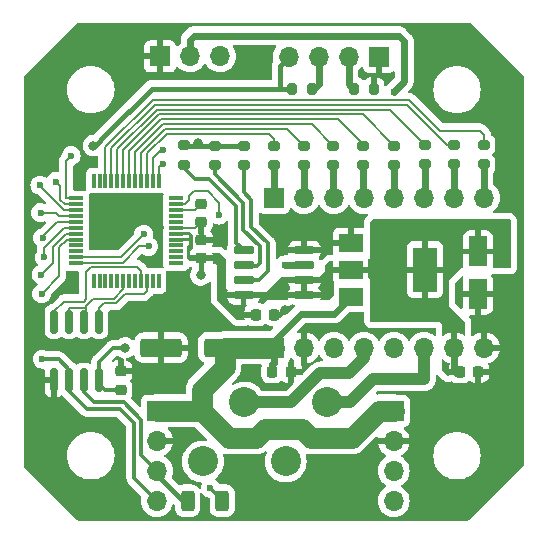
<source format=gbr>
%TF.GenerationSoftware,KiCad,Pcbnew,7.0.1*%
%TF.CreationDate,2024-04-15T22:24:01+02:00*%
%TF.ProjectId,nema17_driver,6e656d61-3137-45f6-9472-697665722e6b,rev?*%
%TF.SameCoordinates,Original*%
%TF.FileFunction,Copper,L1,Top*%
%TF.FilePolarity,Positive*%
%FSLAX46Y46*%
G04 Gerber Fmt 4.6, Leading zero omitted, Abs format (unit mm)*
G04 Created by KiCad (PCBNEW 7.0.1) date 2024-04-15 22:24:01*
%MOMM*%
%LPD*%
G01*
G04 APERTURE LIST*
G04 Aperture macros list*
%AMRoundRect*
0 Rectangle with rounded corners*
0 $1 Rounding radius*
0 $2 $3 $4 $5 $6 $7 $8 $9 X,Y pos of 4 corners*
0 Add a 4 corners polygon primitive as box body*
4,1,4,$2,$3,$4,$5,$6,$7,$8,$9,$2,$3,0*
0 Add four circle primitives for the rounded corners*
1,1,$1+$1,$2,$3*
1,1,$1+$1,$4,$5*
1,1,$1+$1,$6,$7*
1,1,$1+$1,$8,$9*
0 Add four rect primitives between the rounded corners*
20,1,$1+$1,$2,$3,$4,$5,0*
20,1,$1+$1,$4,$5,$6,$7,0*
20,1,$1+$1,$6,$7,$8,$9,0*
20,1,$1+$1,$8,$9,$2,$3,0*%
G04 Aperture macros list end*
%TA.AperFunction,ComponentPad*%
%ADD10R,1.700000X1.700000*%
%TD*%
%TA.AperFunction,ComponentPad*%
%ADD11O,1.700000X1.700000*%
%TD*%
%TA.AperFunction,SMDPad,CuDef*%
%ADD12R,0.304800X1.193800*%
%TD*%
%TA.AperFunction,SMDPad,CuDef*%
%ADD13R,1.193800X0.304800*%
%TD*%
%TA.AperFunction,SMDPad,CuDef*%
%ADD14RoundRect,0.250000X0.312500X0.625000X-0.312500X0.625000X-0.312500X-0.625000X0.312500X-0.625000X0*%
%TD*%
%TA.AperFunction,SMDPad,CuDef*%
%ADD15RoundRect,0.200000X-0.200000X-0.275000X0.200000X-0.275000X0.200000X0.275000X-0.200000X0.275000X0*%
%TD*%
%TA.AperFunction,SMDPad,CuDef*%
%ADD16RoundRect,0.200000X0.275000X-0.200000X0.275000X0.200000X-0.275000X0.200000X-0.275000X-0.200000X0*%
%TD*%
%TA.AperFunction,SMDPad,CuDef*%
%ADD17RoundRect,0.225000X0.250000X-0.225000X0.250000X0.225000X-0.250000X0.225000X-0.250000X-0.225000X0*%
%TD*%
%TA.AperFunction,SMDPad,CuDef*%
%ADD18RoundRect,0.200000X-0.275000X0.200000X-0.275000X-0.200000X0.275000X-0.200000X0.275000X0.200000X0*%
%TD*%
%TA.AperFunction,SMDPad,CuDef*%
%ADD19R,2.000000X1.500000*%
%TD*%
%TA.AperFunction,SMDPad,CuDef*%
%ADD20R,2.000000X3.800000*%
%TD*%
%TA.AperFunction,SMDPad,CuDef*%
%ADD21RoundRect,0.225000X-0.225000X-0.250000X0.225000X-0.250000X0.225000X0.250000X-0.225000X0.250000X0*%
%TD*%
%TA.AperFunction,SMDPad,CuDef*%
%ADD22RoundRect,0.150000X-0.150000X0.825000X-0.150000X-0.825000X0.150000X-0.825000X0.150000X0.825000X0*%
%TD*%
%TA.AperFunction,SMDPad,CuDef*%
%ADD23RoundRect,0.150000X0.725000X0.150000X-0.725000X0.150000X-0.725000X-0.150000X0.725000X-0.150000X0*%
%TD*%
%TA.AperFunction,SMDPad,CuDef*%
%ADD24RoundRect,0.225000X-0.250000X0.225000X-0.250000X-0.225000X0.250000X-0.225000X0.250000X0.225000X0*%
%TD*%
%TA.AperFunction,SMDPad,CuDef*%
%ADD25RoundRect,0.250000X-0.550000X1.050000X-0.550000X-1.050000X0.550000X-1.050000X0.550000X1.050000X0*%
%TD*%
%TA.AperFunction,SMDPad,CuDef*%
%ADD26RoundRect,0.250000X1.500000X0.550000X-1.500000X0.550000X-1.500000X-0.550000X1.500000X-0.550000X0*%
%TD*%
%TA.AperFunction,ComponentPad*%
%ADD27C,2.540000*%
%TD*%
%TA.AperFunction,ViaPad*%
%ADD28C,0.800000*%
%TD*%
%TA.AperFunction,ViaPad*%
%ADD29C,0.600000*%
%TD*%
%TA.AperFunction,Conductor*%
%ADD30C,0.304800*%
%TD*%
%TA.AperFunction,Conductor*%
%ADD31C,0.203200*%
%TD*%
%TA.AperFunction,Conductor*%
%ADD32C,0.609600*%
%TD*%
%TA.AperFunction,Conductor*%
%ADD33C,0.406400*%
%TD*%
%TA.AperFunction,Conductor*%
%ADD34C,1.778000*%
%TD*%
%TA.AperFunction,Conductor*%
%ADD35C,1.000000*%
%TD*%
G04 APERTURE END LIST*
D10*
%TO.P,X2,1,Pin_1*%
%TO.N,+12V*%
X156135000Y-92694000D03*
D11*
%TO.P,X2,2,Pin_2*%
%TO.N,GND*%
X156135000Y-95234000D03*
%TO.P,X2,3,Pin_3*%
%TO.N,Net-(U2-B)*%
X156135000Y-97774000D03*
%TO.P,X2,4,Pin_4*%
%TO.N,Net-(JP1-B)*%
X156135000Y-100314000D03*
%TD*%
D10*
%TO.P,X1,1,Pin_1*%
%TO.N,+12V*%
X136094000Y-92684000D03*
D11*
%TO.P,X1,2,Pin_2*%
%TO.N,GND*%
X136094000Y-95224000D03*
%TO.P,X1,3,Pin_3*%
%TO.N,Net-(U2-B)*%
X136094000Y-97764000D03*
%TO.P,X1,4,Pin_4*%
%TO.N,Net-(JP1-B)*%
X136094000Y-100304000D03*
%TD*%
D12*
%TO.P,U3,48,PB9*%
%TO.N,unconnected-(U3-PB9-Pad48)*%
X136235999Y-81693999D03*
%TO.P,U3,47,PB8*%
%TO.N,unconnected-(U3-PB8-Pad47)*%
X135736000Y-81693999D03*
%TO.P,U3,46,PB7*%
%TO.N,RX-DCE*%
X135235998Y-81693999D03*
%TO.P,U3,45,PB6*%
%TO.N,TX-DCE*%
X134735999Y-81693999D03*
%TO.P,U3,44,PB5*%
%TO.N,unconnected-(U3-PB5-Pad44)*%
X134236000Y-81693999D03*
%TO.P,U3,43,PB4*%
%TO.N,unconnected-(U3-PB4-Pad43)*%
X133735999Y-81693999D03*
%TO.P,U3,42,PB3*%
%TO.N,TX-EN*%
X133235999Y-81693999D03*
%TO.P,U3,41,PD3*%
%TO.N,unconnected-(U3-PD3-Pad41)*%
X132735998Y-81693999D03*
%TO.P,U3,40,PD2*%
%TO.N,unconnected-(U3-PD2-Pad40)*%
X132235999Y-81693999D03*
%TO.P,U3,39,PD1*%
%TO.N,unconnected-(U3-PD1-Pad39)*%
X131736000Y-81693999D03*
%TO.P,U3,38,PD0*%
%TO.N,unconnected-(U3-PD0-Pad38)*%
X131235998Y-81693999D03*
%TO.P,U3,37,PA15*%
%TO.N,unconnected-(U3-PA15-Pad37)*%
X130735999Y-81693999D03*
D13*
%TO.P,U3,36,PA14-BOOT0*%
%TO.N,SWCLK*%
X129236000Y-80194000D03*
%TO.P,U3,35,PA13*%
%TO.N,SWDIO*%
X129236000Y-79694001D03*
%TO.P,U3,34,PA12[PA10]*%
%TO.N,unconnected-(U3-PA12[PA10]-Pad34)*%
X129236000Y-79193999D03*
%TO.P,U3,33,PA11[PA9]*%
%TO.N,unconnected-(U3-PA11[PA9]-Pad33)*%
X129236000Y-78694000D03*
%TO.P,U3,32,PA10*%
%TO.N,ADD7*%
X129236000Y-78194001D03*
%TO.P,U3,31,PC7*%
%TO.N,ADD6*%
X129236000Y-77694000D03*
%TO.P,U3,30,PC6*%
%TO.N,ADD5*%
X129236000Y-77194000D03*
%TO.P,U3,29,PA9*%
%TO.N,ADD4*%
X129236000Y-76693999D03*
%TO.P,U3,28,PA8*%
%TO.N,ADD3*%
X129236000Y-76194000D03*
%TO.P,U3,27,PB15*%
%TO.N,ADD2*%
X129236000Y-75694001D03*
%TO.P,U3,26,PB14*%
%TO.N,ADD1*%
X129236000Y-75193999D03*
%TO.P,U3,25,PB13*%
%TO.N,ADD0*%
X129236000Y-74694000D03*
D12*
%TO.P,U3,24,PB12*%
%TO.N,unconnected-(U3-PB12-Pad24)*%
X130735999Y-73194001D03*
%TO.P,U3,23,PB11*%
%TO.N,unconnected-(U3-PB11-Pad23)*%
X131235998Y-73194001D03*
%TO.P,U3,22,PB10*%
%TO.N,Net-(U3-PB10)*%
X131736000Y-73194001D03*
%TO.P,U3,21,PB2*%
%TO.N,Net-(U3-PB2)*%
X132235999Y-73194001D03*
%TO.P,U3,20,PB1*%
%TO.N,Net-(U3-PB1)*%
X132735998Y-73194001D03*
%TO.P,U3,19,PB0*%
%TO.N,Net-(U3-PB0)*%
X133235999Y-73194001D03*
%TO.P,U3,18,PA7*%
%TO.N,Net-(U3-PA7)*%
X133735999Y-73194001D03*
%TO.P,U3,17,PA6*%
%TO.N,Net-(U3-PA6)*%
X134236000Y-73194001D03*
%TO.P,U3,16,PA5*%
%TO.N,Net-(U3-PA5)*%
X134735999Y-73194001D03*
%TO.P,U3,15,PA4*%
%TO.N,Net-(U3-PA4)*%
X135235998Y-73194001D03*
%TO.P,U3,14,PA3*%
%TO.N,U2-RX-DCE*%
X135736000Y-73194001D03*
%TO.P,U3,13,PA2*%
%TO.N,U2-TX-DCE*%
X136235999Y-73194001D03*
D13*
%TO.P,U3,12,PA1*%
%TO.N,unconnected-(U3-PA1-Pad12)*%
X137735998Y-74694000D03*
%TO.P,U3,11,PA0*%
%TO.N,POS-AN*%
X137735998Y-75193999D03*
%TO.P,U3,10,PF2-NRST*%
%TO.N,Net-(U3-PF2-NRST)*%
X137735998Y-75694001D03*
%TO.P,U3,9,PF1-OSC_OUT*%
%TO.N,unconnected-(U3-PF1-OSC_OUT-Pad9)*%
X137735998Y-76194000D03*
%TO.P,U3,8,PF0-OSC_IN*%
%TO.N,unconnected-(U3-PF0-OSC_IN-Pad8)*%
X137735998Y-76693999D03*
%TO.P,U3,7,VSS/VSSA*%
%TO.N,GND*%
X137735998Y-77194000D03*
%TO.P,U3,6,VDD/VDDA*%
%TO.N,+3.3V*%
X137735998Y-77694000D03*
%TO.P,U3,5,VREF+*%
X137735998Y-78194001D03*
%TO.P,U3,4,PF3*%
%TO.N,unconnected-(U3-PF3-Pad4)*%
X137735998Y-78694000D03*
%TO.P,U3,3,PC15-OSCX_OUT*%
%TO.N,unconnected-(U3-PC15-OSCX_OUT-Pad3)*%
X137735998Y-79193999D03*
%TO.P,U3,2,PC14-OSCX_IN*%
%TO.N,unconnected-(U3-PC14-OSCX_IN-Pad2)*%
X137735998Y-79694001D03*
%TO.P,U3,1,PC13*%
%TO.N,unconnected-(U3-PC13-Pad1)*%
X137735998Y-80194000D03*
%TD*%
D14*
%TO.P,R1,1*%
%TO.N,Net-(JP1-A)*%
X141620500Y-100304000D03*
%TO.P,R1,2*%
%TO.N,Net-(U2-B)*%
X138695500Y-100304000D03*
%TD*%
D10*
%TO.P,X5,1,Pin_1*%
%TO.N,GND*%
X136363000Y-62687000D03*
D11*
%TO.P,X5,2,Pin_2*%
%TO.N,U2-TX-DCE*%
X138903000Y-62687000D03*
%TO.P,X5,3,Pin_3*%
%TO.N,U2-RX-DCE*%
X141443000Y-62687000D03*
%TD*%
D15*
%TO.P,R6,1*%
%TO.N,+3.3V*%
X147562600Y-65404400D03*
%TO.P,R6,2*%
%TO.N,SWDIO*%
X149212600Y-65404400D03*
%TD*%
D16*
%TO.P,R9,1*%
%TO.N,~{SLEEP}*%
X158760000Y-71821094D03*
%TO.P,R9,2*%
%TO.N,Net-(U3-PB1)*%
X158760000Y-70171094D03*
%TD*%
D17*
%TO.P,C10,1*%
%TO.N,+3.3V*%
X133046000Y-90906000D03*
%TO.P,C10,2*%
%TO.N,GND*%
X133046000Y-89356000D03*
%TD*%
D18*
%TO.P,R2,1*%
%TO.N,+3.3V*%
X143460000Y-70235000D03*
%TO.P,R2,2*%
%TO.N,Net-(U1-SCL)*%
X143460000Y-71885000D03*
%TD*%
D16*
%TO.P,R14,1*%
%TO.N,~{EN}*%
X146000000Y-71884094D03*
%TO.P,R14,2*%
%TO.N,Net-(U3-PA4)*%
X146000000Y-70234094D03*
%TD*%
D19*
%TO.P,VREG1,1,GND*%
%TO.N,GND*%
X152502000Y-78446000D03*
%TO.P,VREG1,2,VO*%
%TO.N,+3.3V*%
X152502000Y-80746000D03*
D20*
X158802000Y-80746000D03*
D19*
%TO.P,VREG1,3,VI*%
%TO.N,+12V*%
X152502000Y-83046000D03*
%TD*%
D21*
%TO.P,C5,1*%
%TO.N,+3.3V*%
X144450000Y-84556000D03*
%TO.P,C5,2*%
%TO.N,GND*%
X146000000Y-84556000D03*
%TD*%
D16*
%TO.P,R8,1*%
%TO.N,STEP*%
X161270000Y-71821094D03*
%TO.P,R8,2*%
%TO.N,Net-(U3-PB2)*%
X161270000Y-70171094D03*
%TD*%
D15*
%TO.P,R5,1*%
%TO.N,SWCLK*%
X152795000Y-65404400D03*
%TO.P,R5,2*%
%TO.N,GND*%
X154445000Y-65404400D03*
%TD*%
D22*
%TO.P,U2,1,RO*%
%TO.N,RX-DCE*%
X131191800Y-85129000D03*
%TO.P,U2,2,~{RE}*%
%TO.N,TX-EN*%
X129921800Y-85129000D03*
%TO.P,U2,3,DE*%
X128651800Y-85129000D03*
%TO.P,U2,4,DI*%
%TO.N,TX-DCE*%
X127381800Y-85129000D03*
%TO.P,U2,5,GND*%
%TO.N,GND*%
X127381800Y-90079000D03*
%TO.P,U2,6,A*%
%TO.N,Net-(JP1-B)*%
X128651800Y-90079000D03*
%TO.P,U2,7,B*%
%TO.N,Net-(U2-B)*%
X129921800Y-90079000D03*
%TO.P,U2,8,VCC*%
%TO.N,+3.3V*%
X131191800Y-90079000D03*
%TD*%
D16*
%TO.P,R12,1*%
%TO.N,MS2*%
X151020000Y-71884094D03*
%TO.P,R12,2*%
%TO.N,Net-(U3-PA6)*%
X151020000Y-70234094D03*
%TD*%
%TO.P,R7,1*%
%TO.N,DIR*%
X163780000Y-71821094D03*
%TO.P,R7,2*%
%TO.N,Net-(U3-PB10)*%
X163780000Y-70171094D03*
%TD*%
D23*
%TO.P,U1,1,VDD5V*%
%TO.N,+3.3V*%
X148575000Y-82905000D03*
%TO.P,U1,2,VDD3V3*%
X148575000Y-81635000D03*
%TO.P,U1,3,OUT*%
%TO.N,POS-AN*%
X148575000Y-80365000D03*
%TO.P,U1,4,GND*%
%TO.N,GND*%
X148575000Y-79095000D03*
%TO.P,U1,5,PGO*%
%TO.N,Net-(U1-PGO)*%
X143425000Y-79095000D03*
%TO.P,U1,6,SDA*%
%TO.N,Net-(U1-SDA)*%
X143425000Y-80365000D03*
%TO.P,U1,7,SCL*%
%TO.N,Net-(U1-SCL)*%
X143425000Y-81635000D03*
%TO.P,U1,8,DIR*%
%TO.N,+3.3V*%
X143425000Y-82905000D03*
%TD*%
D10*
%TO.P,X4,1,Pin_1*%
%TO.N,GND*%
X154890000Y-62712000D03*
D11*
%TO.P,X4,2,Pin_2*%
%TO.N,SWCLK*%
X152350000Y-62712000D03*
%TO.P,X4,3,Pin_3*%
%TO.N,SWDIO*%
X149810000Y-62712000D03*
%TO.P,X4,4,Pin_4*%
%TO.N,+3.3V*%
X147270000Y-62712000D03*
%TD*%
D18*
%TO.P,R4,1*%
%TO.N,+3.3V*%
X138380000Y-70194392D03*
%TO.P,R4,2*%
%TO.N,Net-(U1-PGO)*%
X138380000Y-71844392D03*
%TD*%
D21*
%TO.P,C4,1*%
%TO.N,+12V*%
X145860000Y-89382000D03*
%TO.P,C4,2*%
%TO.N,GND*%
X147410000Y-89382000D03*
%TD*%
D24*
%TO.P,C9,1*%
%TO.N,Net-(U3-PF2-NRST)*%
X139835999Y-75158000D03*
%TO.P,C9,2*%
%TO.N,GND*%
X139835999Y-76708000D03*
%TD*%
D25*
%TO.P,C2,1*%
%TO.N,+3.3V*%
X163272000Y-79200000D03*
%TO.P,C2,2*%
%TO.N,GND*%
X163272000Y-82800000D03*
%TD*%
D18*
%TO.P,R3,1*%
%TO.N,+3.3V*%
X140994702Y-70235000D03*
%TO.P,R3,2*%
%TO.N,Net-(U1-SDA)*%
X140994702Y-71885000D03*
%TD*%
D21*
%TO.P,C3,1*%
%TO.N,+3.3V*%
X161735000Y-89382000D03*
%TO.P,C3,2*%
%TO.N,GND*%
X163285000Y-89382000D03*
%TD*%
D16*
%TO.P,R10,1*%
%TO.N,USART-~{RST}*%
X156160000Y-71884094D03*
%TO.P,R10,2*%
%TO.N,Net-(U3-PB0)*%
X156160000Y-70234094D03*
%TD*%
D26*
%TO.P,C1,2*%
%TO.N,GND*%
X136442000Y-87350000D03*
%TO.P,C1,1*%
%TO.N,+12V*%
X141842000Y-87350000D03*
%TD*%
D17*
%TO.P,C6,1*%
%TO.N,+3.3V*%
X139835999Y-79769000D03*
%TO.P,C6,2*%
%TO.N,GND*%
X139835999Y-78219000D03*
%TD*%
D16*
%TO.P,R11,1*%
%TO.N,MS3*%
X153530000Y-71884094D03*
%TO.P,R11,2*%
%TO.N,Net-(U3-PA7)*%
X153530000Y-70234094D03*
%TD*%
%TO.P,R13,1*%
%TO.N,MS1*%
X148510000Y-71884094D03*
%TO.P,R13,2*%
%TO.N,Net-(U3-PA5)*%
X148510000Y-70234094D03*
%TD*%
D10*
%TO.P,POW1,1,Pin_1*%
%TO.N,~{EN}*%
X146000000Y-74650000D03*
D11*
%TO.P,POW1,2,Pin_2*%
%TO.N,MS1*%
X148540000Y-74650000D03*
%TO.P,POW1,3,Pin_3*%
%TO.N,MS2*%
X151080000Y-74650000D03*
%TO.P,POW1,4,Pin_4*%
%TO.N,MS3*%
X153620000Y-74650000D03*
%TO.P,POW1,5,Pin_5*%
%TO.N,USART-~{RST}*%
X156160000Y-74650000D03*
%TO.P,POW1,6,Pin_6*%
%TO.N,~{SLEEP}*%
X158700000Y-74650000D03*
%TO.P,POW1,7,Pin_7*%
%TO.N,STEP*%
X161240000Y-74650000D03*
%TO.P,POW1,8,Pin_8*%
%TO.N,DIR*%
X163780000Y-74650000D03*
%TD*%
D10*
%TO.P,POW2,1,Pin_1*%
%TO.N,+12V*%
X146000000Y-87350000D03*
D11*
%TO.P,POW2,2,Pin_2*%
%TO.N,GND*%
X148540000Y-87350000D03*
%TO.P,POW2,3,Pin_3*%
%TO.N,Net-(POW2-Pin_3)*%
X151080000Y-87350000D03*
%TO.P,POW2,4,Pin_4*%
%TO.N,Net-(POW2-Pin_4)*%
X153620000Y-87350000D03*
%TO.P,POW2,5,Pin_5*%
%TO.N,Net-(POW2-Pin_5)*%
X156160000Y-87350000D03*
%TO.P,POW2,6,Pin_6*%
%TO.N,Net-(POW2-Pin_6)*%
X158700000Y-87350000D03*
%TO.P,POW2,7,Pin_7*%
%TO.N,+3.3V*%
X161240000Y-87350000D03*
%TO.P,POW2,8,Pin_8*%
%TO.N,GND*%
X163780000Y-87350000D03*
%TD*%
D27*
%TO.P,X3,1,Pin_1*%
%TO.N,Net-(POW2-Pin_6)*%
X150500000Y-91982000D03*
%TO.P,X3,2,Pin_2*%
%TO.N,Net-(POW2-Pin_5)*%
X147000000Y-96982000D03*
%TO.P,X3,3,Pin_3*%
%TO.N,Net-(POW2-Pin_4)*%
X143500000Y-91982000D03*
%TO.P,X3,4,Pin_4*%
%TO.N,Net-(POW2-Pin_3)*%
X140000000Y-96982000D03*
%TD*%
D28*
%TO.N,GND*%
X133909600Y-76631200D03*
D29*
%TO.N,U2-TX-DCE*%
X156160000Y-65658400D03*
D28*
%TO.N,+3.3V*%
X139599200Y-70027200D03*
%TO.N,GND*%
X141428000Y-78104400D03*
X146609600Y-78460000D03*
X146914400Y-84149600D03*
%TO.N,+3.3V*%
X139802400Y-81203200D03*
X133401600Y-87350000D03*
X130709200Y-70230400D03*
D29*
%TO.N,Net-(JP1-A)*%
X140615200Y-99237200D03*
%TO.N,Net-(JP1-B)*%
X126391200Y-88315200D03*
%TO.N,POS-AN*%
X146914400Y-80339600D03*
X141377200Y-76123200D03*
%TO.N,SWCLK*%
X135382800Y-78764800D03*
%TO.N,SWDIO*%
X134976400Y-77748800D03*
%TO.N,U2-TX-DCE*%
X136602000Y-71754400D03*
%TO.N,U2-RX-DCE*%
X136602000Y-70586000D03*
%TO.N,ADD7*%
X126340400Y-82778000D03*
%TO.N,ADD6*%
X126289600Y-81152400D03*
%TO.N,ADD5*%
X126569000Y-79704600D03*
%TO.N,ADD4*%
X126423358Y-78034958D03*
%TO.N,ADD3*%
X126238800Y-75920000D03*
%TO.N,ADD2*%
X126188000Y-73583200D03*
%TO.N,ADD1*%
X127508800Y-73278400D03*
%TO.N,ADD0*%
X128829600Y-71094000D03*
%TD*%
D30*
%TO.N,Net-(JP1-A)*%
X140615200Y-99237200D02*
X141620500Y-100242500D01*
X141620500Y-100242500D02*
X141620500Y-100304000D01*
D31*
%TO.N,ADD7*%
X127819305Y-78860695D02*
X128485999Y-78194001D01*
X126340400Y-82778000D02*
X127819305Y-81299095D01*
X127819305Y-81299095D02*
X127819305Y-78860695D01*
X128485999Y-78194001D02*
X129236000Y-78194001D01*
%TO.N,TX-DCE*%
X127381800Y-84276600D02*
X127381800Y-85129000D01*
X130099600Y-83223790D02*
X129884990Y-83438400D01*
X130534698Y-80542800D02*
X130099600Y-80977898D01*
X134437301Y-80542800D02*
X130534698Y-80542800D01*
X134735999Y-80841498D02*
X134437301Y-80542800D01*
X129884990Y-83438400D02*
X128220000Y-83438400D01*
X134735999Y-81693999D02*
X134735999Y-80841498D01*
X130099600Y-80977898D02*
X130099600Y-83223790D01*
X128220000Y-83438400D02*
X127381800Y-84276600D01*
%TO.N,SWCLK*%
X130367687Y-80139600D02*
X133195200Y-80139600D01*
X134570000Y-78764800D02*
X135382800Y-78764800D01*
X130313287Y-80194000D02*
X130367687Y-80139600D01*
X133195200Y-80139600D02*
X134570000Y-78764800D01*
X129236000Y-80194000D02*
X130313287Y-80194000D01*
%TO.N,SWDIO*%
X133031199Y-79694001D02*
X134976400Y-77748800D01*
X129236000Y-79694001D02*
X133031199Y-79694001D01*
D30*
%TO.N,Net-(JP1-B)*%
X128651800Y-89204200D02*
X128651800Y-90079000D01*
X126391200Y-88315200D02*
X127762800Y-88315200D01*
X127762800Y-88315200D02*
X128651800Y-89204200D01*
D32*
%TO.N,U2-TX-DCE*%
X157023600Y-64794800D02*
X156160000Y-65658400D01*
X157023600Y-61391200D02*
X157023600Y-64794800D01*
X156566400Y-60934000D02*
X157023600Y-61391200D01*
X139243600Y-60934000D02*
X156566400Y-60934000D01*
X138903000Y-61274600D02*
X139243600Y-60934000D01*
X138903000Y-62687000D02*
X138903000Y-61274600D01*
D33*
%TO.N,+3.3V*%
X139599200Y-70235000D02*
X139599200Y-70027200D01*
X139599200Y-70235000D02*
X138420608Y-70235000D01*
X140994702Y-70235000D02*
X139599200Y-70235000D01*
X146508000Y-65404400D02*
X147562600Y-65404400D01*
X146508000Y-63474000D02*
X146508000Y-65404400D01*
X147270000Y-62712000D02*
X146508000Y-63474000D01*
%TO.N,GND*%
X146863600Y-84149600D02*
X146914400Y-84149600D01*
X146609600Y-84403600D02*
X146863600Y-84149600D01*
X146457200Y-84556000D02*
X146609600Y-84403600D01*
X146000000Y-84556000D02*
X146457200Y-84556000D01*
%TO.N,Net-(U2-B)*%
X136094000Y-98119600D02*
X136094000Y-97764000D01*
X138278400Y-100304000D02*
X136094000Y-98119600D01*
X138695500Y-100304000D02*
X138278400Y-100304000D01*
%TO.N,+3.3V*%
X139802400Y-79802599D02*
X139835999Y-79769000D01*
X139802400Y-81203200D02*
X139802400Y-79802599D01*
D30*
X131623600Y-88112000D02*
X132385600Y-87350000D01*
X131191800Y-88543800D02*
X131623600Y-88112000D01*
X132385600Y-87350000D02*
X133401600Y-87350000D01*
X131191800Y-90079000D02*
X131191800Y-88543800D01*
X132995200Y-90956800D02*
X133046000Y-90906000D01*
X131191800Y-90423400D02*
X131725200Y-90956800D01*
X131191800Y-90079000D02*
X131191800Y-90423400D01*
X131725200Y-90956800D02*
X132995200Y-90956800D01*
D33*
X130810800Y-70230400D02*
X130709200Y-70230400D01*
X131776000Y-69265200D02*
X130810800Y-70230400D01*
X135636800Y-65404400D02*
X131776000Y-69265200D01*
X147562600Y-65404400D02*
X135636800Y-65404400D01*
X138420608Y-70235000D02*
X138380000Y-70194392D01*
X143460000Y-70235000D02*
X140994702Y-70235000D01*
D32*
%TO.N,+12V*%
X151093600Y-84454400D02*
X152502000Y-83046000D01*
X148286000Y-84454400D02*
X151093600Y-84454400D01*
X146000000Y-86740400D02*
X148286000Y-84454400D01*
X146000000Y-87350000D02*
X146000000Y-86740400D01*
D30*
%TO.N,Net-(U2-B)*%
X134773200Y-96443200D02*
X136094000Y-97764000D01*
X133300000Y-91972800D02*
X134773200Y-93446000D01*
X130760000Y-91972800D02*
X133300000Y-91972800D01*
X129921800Y-91134600D02*
X130760000Y-91972800D01*
X129921800Y-90079000D02*
X129921800Y-91134600D01*
X134773200Y-93446000D02*
X134773200Y-96443200D01*
%TO.N,Net-(JP1-B)*%
X132944400Y-92531600D02*
X134163600Y-93750800D01*
X134163600Y-93750800D02*
X134163600Y-98373600D01*
X134163600Y-98373600D02*
X135629290Y-99839290D01*
X128651800Y-91033000D02*
X130150400Y-92531600D01*
X130150400Y-92531600D02*
X132944400Y-92531600D01*
X128651800Y-90079000D02*
X128651800Y-91033000D01*
D31*
%TO.N,TX-EN*%
X130048800Y-83946400D02*
X130048800Y-84352800D01*
X128651800Y-83946400D02*
X130048800Y-83946400D01*
X128651800Y-85129000D02*
X128651800Y-83946400D01*
X129896400Y-84505200D02*
X130048800Y-84352800D01*
X129896400Y-85103600D02*
X129896400Y-84505200D01*
X129921800Y-85129000D02*
X129896400Y-85103600D01*
%TO.N,RX-DCE*%
X135004498Y-82778000D02*
X135235998Y-82546500D01*
X131623600Y-83590800D02*
X132600210Y-83590800D01*
X131191800Y-85129000D02*
X131191800Y-84022600D01*
X132600210Y-83590800D02*
X133413010Y-82778000D01*
X131191800Y-84022600D02*
X131623600Y-83590800D01*
X133413010Y-82778000D02*
X135004498Y-82778000D01*
X135235998Y-82546500D02*
X135235998Y-81693999D01*
%TO.N,TX-EN*%
X133235999Y-82384801D02*
X133235999Y-81693999D01*
X130709200Y-83184400D02*
X132436400Y-83184400D01*
X130048800Y-83844800D02*
X130709200Y-83184400D01*
X132436400Y-83184400D02*
X133235999Y-82384801D01*
X130048800Y-84352800D02*
X130048800Y-83844800D01*
%TO.N,POS-AN*%
X140412000Y-74091200D02*
X141377200Y-75056400D01*
X138786400Y-74853200D02*
X138786400Y-74497600D01*
X141377200Y-75056400D02*
X141377200Y-76123200D01*
X138445601Y-75193999D02*
X138786400Y-74853200D01*
X138786400Y-74497600D02*
X139192800Y-74091200D01*
X137735998Y-75193999D02*
X138445601Y-75193999D01*
X139192800Y-74091200D02*
X140412000Y-74091200D01*
D32*
X146914400Y-80339600D02*
X148549600Y-80339600D01*
X148549600Y-80339600D02*
X148575000Y-80365000D01*
D30*
%TO.N,Net-(U1-PGO)*%
X142799600Y-78469600D02*
X143425000Y-79095000D01*
X140513600Y-73075200D02*
X142799600Y-75361200D01*
X142799600Y-75361200D02*
X142799600Y-78469600D01*
X139294400Y-73075200D02*
X140513600Y-73075200D01*
X138380000Y-72160800D02*
X139294400Y-73075200D01*
X138380000Y-71844392D02*
X138380000Y-72160800D01*
D31*
%TO.N,GND*%
X139349999Y-77194000D02*
X139835999Y-76708000D01*
X137735998Y-77194000D02*
X139349999Y-77194000D01*
%TO.N,Net-(U3-PF2-NRST)*%
X137735998Y-75694001D02*
X139299998Y-75694001D01*
X139299998Y-75694001D02*
X139835999Y-75158000D01*
%TO.N,U2-RX-DCE*%
X135736000Y-71248800D02*
X135736000Y-73194001D01*
X136398800Y-70586000D02*
X135736000Y-71248800D01*
X136602000Y-70586000D02*
X136398800Y-70586000D01*
%TO.N,U2-TX-DCE*%
X136500400Y-71856000D02*
X136602000Y-71754400D01*
X136235999Y-72069601D02*
X136449600Y-71856000D01*
X136449600Y-71856000D02*
X136500400Y-71856000D01*
X136235999Y-73194001D02*
X136235999Y-72069601D01*
D32*
%TO.N,SWDIO*%
X149810000Y-64998000D02*
X149810000Y-62712000D01*
X149403600Y-65404400D02*
X149810000Y-64998000D01*
X149212600Y-65404400D02*
X149403600Y-65404400D01*
%TO.N,SWCLK*%
X152350000Y-65048800D02*
X152350000Y-62712000D01*
X152705600Y-65404400D02*
X152350000Y-65048800D01*
X152795000Y-65404400D02*
X152705600Y-65404400D01*
D31*
%TO.N,Net-(U3-PB10)*%
X163780000Y-69316000D02*
X163780000Y-70171094D01*
X163424400Y-68960400D02*
X163780000Y-69316000D01*
X160032210Y-68960400D02*
X163424400Y-68960400D01*
X157444610Y-66372800D02*
X160032210Y-68960400D01*
X136090950Y-66372800D02*
X157444610Y-66372800D01*
X136071750Y-66392000D02*
X136090950Y-66372800D01*
X135737730Y-66392000D02*
X136071750Y-66392000D01*
X131736000Y-70393730D02*
X135737730Y-66392000D01*
X131736000Y-73194001D02*
X131736000Y-70393730D01*
%TO.N,Net-(U3-PB2)*%
X135904740Y-66795200D02*
X132235999Y-70463941D01*
X132235999Y-70463941D02*
X132235999Y-73194001D01*
X157258400Y-66795200D02*
X135904740Y-66795200D01*
X160672694Y-70171094D02*
X157277600Y-66776000D01*
X157277600Y-66776000D02*
X157258400Y-66795200D01*
X161270000Y-70171094D02*
X160672694Y-70171094D01*
%TO.N,Net-(U3-PB1)*%
X132735998Y-70534152D02*
X132735998Y-73194001D01*
X136071750Y-67198400D02*
X132735998Y-70534152D01*
X155787306Y-67198400D02*
X136071750Y-67198400D01*
X158760000Y-70171094D02*
X155787306Y-67198400D01*
%TO.N,Net-(U3-PB0)*%
X133235999Y-70604361D02*
X133235999Y-73194001D01*
X136238760Y-67601600D02*
X133235999Y-70604361D01*
X153527506Y-67601600D02*
X136238760Y-67601600D01*
X156160000Y-70234094D02*
X153527506Y-67601600D01*
%TO.N,Net-(U3-PA7)*%
X133735999Y-70674571D02*
X133735999Y-73194001D01*
X136405770Y-68004800D02*
X133735999Y-70674571D01*
X151445200Y-68004800D02*
X136405770Y-68004800D01*
X153530000Y-70089600D02*
X151445200Y-68004800D01*
X153530000Y-70234094D02*
X153530000Y-70089600D01*
%TO.N,Net-(U3-PA6)*%
X134236000Y-70744780D02*
X134236000Y-73194001D01*
X136572780Y-68408000D02*
X134236000Y-70744780D01*
X149193906Y-68408000D02*
X136572780Y-68408000D01*
X151020000Y-70234094D02*
X149193906Y-68408000D01*
%TO.N,Net-(U3-PA5)*%
X134735999Y-70826401D02*
X134735999Y-73194001D01*
X134874800Y-70676190D02*
X134874800Y-70687600D01*
X136739790Y-68811200D02*
X134874800Y-70676190D01*
X134874800Y-70687600D02*
X134735999Y-70826401D01*
X147087106Y-68811200D02*
X136739790Y-68811200D01*
X148510000Y-70234094D02*
X147087106Y-68811200D01*
%TO.N,Net-(U3-PA4)*%
X145542800Y-69214400D02*
X136906800Y-69214400D01*
X135235998Y-70885202D02*
X135235998Y-73194001D01*
X146000000Y-69671600D02*
X145542800Y-69214400D01*
X146000000Y-70234094D02*
X146000000Y-69671600D01*
X136906800Y-69214400D02*
X135235998Y-70885202D01*
%TO.N,ADD5*%
X126569000Y-78891800D02*
X128266800Y-77194000D01*
X126569000Y-79704600D02*
X126569000Y-78891800D01*
X128266800Y-77194000D02*
X129236000Y-77194000D01*
%TO.N,ADD6*%
X127254800Y-78854990D02*
X128415790Y-77694000D01*
X128415790Y-77694000D02*
X129236000Y-77694000D01*
X127254800Y-80187200D02*
X127254800Y-78854990D01*
X126289600Y-81152400D02*
X127254800Y-80187200D01*
%TO.N,ADD4*%
X127649201Y-76693999D02*
X129236000Y-76693999D01*
X126423358Y-78034958D02*
X126423358Y-77919842D01*
X126423358Y-77919842D02*
X127649201Y-76693999D01*
%TO.N,ADD3*%
X127793600Y-76194000D02*
X129236000Y-76194000D01*
X126238800Y-75920000D02*
X127519600Y-75920000D01*
X127519600Y-75920000D02*
X127793600Y-76194000D01*
%TO.N,ADD2*%
X128185791Y-75694001D02*
X129236000Y-75694001D01*
X126188000Y-73583200D02*
X126188000Y-73696210D01*
X126188000Y-73696210D02*
X128185791Y-75694001D01*
%TO.N,ADD0*%
X128423200Y-74694000D02*
X129236000Y-74694000D01*
X128829600Y-71094000D02*
X128423200Y-71500400D01*
X128423200Y-71500400D02*
X128423200Y-74694000D01*
%TO.N,ADD1*%
X128285601Y-75193999D02*
X129236000Y-75193999D01*
X128270800Y-75208800D02*
X128285601Y-75193999D01*
X127915200Y-74853200D02*
X128270800Y-75208800D01*
X127915200Y-73684800D02*
X127915200Y-74853200D01*
X127508800Y-73278400D02*
X127915200Y-73684800D01*
D30*
%TO.N,Net-(U1-SCL)*%
X145492000Y-80847600D02*
X144704600Y-81635000D01*
X145492000Y-78510800D02*
X145492000Y-80847600D01*
X144704600Y-81635000D02*
X143425000Y-81635000D01*
X144069600Y-74802400D02*
X144069600Y-77088400D01*
X143460000Y-74192800D02*
X144069600Y-74802400D01*
X144069600Y-77088400D02*
X145492000Y-78510800D01*
X143460000Y-71885000D02*
X143460000Y-74192800D01*
%TO.N,Net-(U1-SDA)*%
X143450400Y-80390400D02*
X143425000Y-80365000D01*
X144577600Y-80390400D02*
X143450400Y-80390400D01*
X144831600Y-78767496D02*
X144831600Y-80136400D01*
X143409200Y-77345096D02*
X144831600Y-78767496D01*
X144831600Y-80136400D02*
X144577600Y-80390400D01*
X140994702Y-72641902D02*
X143409200Y-75056400D01*
X140994702Y-71885000D02*
X140994702Y-72641902D01*
X143409200Y-75056400D02*
X143409200Y-77345096D01*
D32*
%TO.N,~{EN}*%
X146000000Y-71884094D02*
X146000000Y-74650000D01*
%TO.N,MS1*%
X148510000Y-74620000D02*
X148540000Y-74650000D01*
X148510000Y-71884094D02*
X148510000Y-74620000D01*
%TO.N,MS2*%
X151020000Y-74590000D02*
X151080000Y-74650000D01*
X151020000Y-71884094D02*
X151020000Y-74590000D01*
%TO.N,MS3*%
X153530000Y-74560000D02*
X153620000Y-74650000D01*
X153530000Y-71884094D02*
X153530000Y-74560000D01*
%TO.N,USART-~{RST}*%
X156160000Y-71884094D02*
X156160000Y-74650000D01*
%TO.N,~{SLEEP}*%
X158760000Y-74590000D02*
X158700000Y-74650000D01*
X158760000Y-71821094D02*
X158760000Y-74590000D01*
%TO.N,STEP*%
X161270000Y-71821094D02*
X161270000Y-74620000D01*
X161270000Y-74620000D02*
X161240000Y-74650000D01*
%TO.N,DIR*%
X163780000Y-71821094D02*
X163780000Y-74650000D01*
D34*
%TO.N,+12V*%
X154880000Y-92694000D02*
X156135000Y-92694000D01*
X149175000Y-94970000D02*
X152604000Y-94970000D01*
X145238000Y-94208000D02*
X148413000Y-94208000D01*
X144476000Y-94970000D02*
X145238000Y-94208000D01*
X148413000Y-94208000D02*
X149175000Y-94970000D01*
X142190000Y-94970000D02*
X144476000Y-94970000D01*
X139904000Y-92684000D02*
X142190000Y-94970000D01*
X152604000Y-94970000D02*
X154880000Y-92694000D01*
D35*
%TO.N,Net-(POW2-Pin_4)*%
X153620000Y-88239000D02*
X153620000Y-87350000D01*
X152350000Y-89509000D02*
X153620000Y-88239000D01*
X149937000Y-89509000D02*
X152350000Y-89509000D01*
X147464000Y-91982000D02*
X149937000Y-89509000D01*
X143500000Y-91982000D02*
X147464000Y-91982000D01*
%TO.N,Net-(POW2-Pin_6)*%
X152417000Y-91982000D02*
X150500000Y-91982000D01*
X154382000Y-90017000D02*
X152417000Y-91982000D01*
X158700000Y-90017000D02*
X154382000Y-90017000D01*
X158700000Y-87350000D02*
X158700000Y-90017000D01*
D32*
%TO.N,+12V*%
X146000000Y-88620000D02*
X146000000Y-87350000D01*
X145860000Y-88760000D02*
X146000000Y-88620000D01*
X145860000Y-89382000D02*
X145860000Y-88760000D01*
%TO.N,+3.3V*%
X161240000Y-89255000D02*
X161240000Y-87350000D01*
X161367000Y-89382000D02*
X161240000Y-89255000D01*
X161735000Y-89382000D02*
X161367000Y-89382000D01*
D34*
%TO.N,+12V*%
X146000000Y-87350000D02*
X141842000Y-87350000D01*
X139904000Y-90906000D02*
X139904000Y-92684000D01*
X141842000Y-87350000D02*
X141842000Y-88968000D01*
X141842000Y-88968000D02*
X139904000Y-90906000D01*
X136094000Y-92684000D02*
X139904000Y-92684000D01*
%TD*%
%TA.AperFunction,Conductor*%
%TO.N,+3.3V*%
G36*
X160319340Y-88338529D02*
G01*
X160368922Y-88388111D01*
X160562418Y-88523599D01*
X160776504Y-88623429D01*
X160880584Y-88651316D01*
X160905742Y-88667515D01*
X160916789Y-88695323D01*
X160909607Y-88724371D01*
X160848453Y-88823516D01*
X160795143Y-88984395D01*
X160785000Y-89083682D01*
X160785000Y-89132000D01*
X161936000Y-89132000D01*
X161970648Y-89146352D01*
X161985000Y-89181000D01*
X161985000Y-89583000D01*
X161970648Y-89617648D01*
X161936000Y-89632000D01*
X160785001Y-89632000D01*
X160785001Y-89680310D01*
X160786442Y-89694421D01*
X160780394Y-89723436D01*
X160758725Y-89743657D01*
X160729361Y-89747685D01*
X160703047Y-89734047D01*
X160250044Y-89281044D01*
X160235692Y-89246396D01*
X160235692Y-88373177D01*
X160250044Y-88338529D01*
X160284692Y-88324177D01*
X160319340Y-88338529D01*
G37*
%TD.AperFunction*%
%TA.AperFunction,Conductor*%
G36*
X165953352Y-76442352D02*
G01*
X166051648Y-76540648D01*
X166066000Y-76575296D01*
X166066000Y-80570000D01*
X166051648Y-80604648D01*
X166017000Y-80619000D01*
X164557687Y-80619000D01*
X164528809Y-80609586D01*
X164511027Y-80584961D01*
X164511174Y-80554587D01*
X164561506Y-80402694D01*
X164572000Y-80299982D01*
X164572000Y-79450000D01*
X161972001Y-79450000D01*
X161972001Y-80299980D01*
X161982493Y-80402694D01*
X162032826Y-80554587D01*
X162032973Y-80584961D01*
X162015191Y-80609586D01*
X161986313Y-80619000D01*
X161875000Y-80619000D01*
X160859000Y-81634999D01*
X160859000Y-83794000D01*
X162198006Y-85133006D01*
X162212358Y-85167654D01*
X162212358Y-86294873D01*
X162198006Y-86329521D01*
X162163358Y-86343873D01*
X162128710Y-86329521D01*
X162111077Y-86311888D01*
X161917581Y-86176400D01*
X161703489Y-86076568D01*
X161490000Y-86019363D01*
X161490000Y-87551000D01*
X161475648Y-87585648D01*
X161441000Y-87600000D01*
X161039000Y-87600000D01*
X161004352Y-87585648D01*
X160990000Y-87551000D01*
X160990000Y-86019364D01*
X160989999Y-86019363D01*
X160776510Y-86076568D01*
X160562424Y-86176398D01*
X160368919Y-86311891D01*
X160319340Y-86361471D01*
X160284692Y-86375823D01*
X160250044Y-86361471D01*
X160235692Y-86326823D01*
X160235692Y-85329693D01*
X160235691Y-85329691D01*
X160097000Y-85191000D01*
X154275296Y-85191000D01*
X154240648Y-85176648D01*
X154151352Y-85087352D01*
X154137000Y-85052704D01*
X154137000Y-81496000D01*
X154051000Y-81496000D01*
X154016352Y-81481648D01*
X154002000Y-81447000D01*
X154002000Y-80996000D01*
X157302000Y-80996000D01*
X157302000Y-82693830D01*
X157308401Y-82753372D01*
X157358648Y-82888091D01*
X157444811Y-83003188D01*
X157559908Y-83089351D01*
X157694627Y-83139598D01*
X157754170Y-83146000D01*
X158552000Y-83146000D01*
X158552000Y-80996000D01*
X159052000Y-80996000D01*
X159052000Y-83146000D01*
X159849830Y-83146000D01*
X159909372Y-83139598D01*
X160044091Y-83089351D01*
X160159188Y-83003188D01*
X160245351Y-82888091D01*
X160295598Y-82753372D01*
X160302000Y-82693830D01*
X160302000Y-80996000D01*
X159052000Y-80996000D01*
X158552000Y-80996000D01*
X157302000Y-80996000D01*
X154002000Y-80996000D01*
X151002000Y-80996000D01*
X151002000Y-81543830D01*
X151008401Y-81603372D01*
X151058648Y-81738091D01*
X151119366Y-81819198D01*
X151129015Y-81852058D01*
X151114789Y-81883211D01*
X151080000Y-81918000D01*
X151080000Y-81918001D01*
X151080000Y-82884704D01*
X151065648Y-82919352D01*
X150713352Y-83271648D01*
X150678704Y-83286000D01*
X149975026Y-83286000D01*
X149946641Y-83276941D01*
X149928752Y-83253114D01*
X149927972Y-83223329D01*
X149947099Y-83157492D01*
X149947296Y-83155000D01*
X147202704Y-83155000D01*
X147202900Y-83157492D01*
X147222028Y-83223329D01*
X147221248Y-83253114D01*
X147203359Y-83276941D01*
X147174974Y-83286000D01*
X145492000Y-83286000D01*
X145103694Y-83674304D01*
X145074735Y-83688325D01*
X145043323Y-83681361D01*
X144983485Y-83644454D01*
X144822604Y-83591143D01*
X144723318Y-83581000D01*
X144661535Y-83581000D01*
X144626887Y-83566648D01*
X144612535Y-83532000D01*
X144626887Y-83497352D01*
X144667682Y-83456556D01*
X144751281Y-83315198D01*
X144797099Y-83157492D01*
X144797296Y-83155000D01*
X143675000Y-83155000D01*
X143675000Y-83705000D01*
X143682399Y-83705000D01*
X143717047Y-83719352D01*
X143731399Y-83754000D01*
X143717047Y-83788648D01*
X143652428Y-83853266D01*
X143563453Y-83997516D01*
X143510143Y-84158395D01*
X143500000Y-84257682D01*
X143500000Y-84306000D01*
X144651000Y-84306000D01*
X144685648Y-84320352D01*
X144700000Y-84355000D01*
X144700000Y-84757000D01*
X144685648Y-84791648D01*
X144651000Y-84806000D01*
X143500001Y-84806000D01*
X143500001Y-84854318D01*
X143509125Y-84943638D01*
X143504210Y-84970522D01*
X143485659Y-84990592D01*
X143459244Y-84997604D01*
X142925132Y-84985224D01*
X142891954Y-84971217D01*
X141188687Y-83300407D01*
X141177821Y-83284396D01*
X141174000Y-83265427D01*
X141174000Y-83155000D01*
X142052704Y-83155000D01*
X142052900Y-83157492D01*
X142098718Y-83315198D01*
X142182317Y-83456556D01*
X142298443Y-83572682D01*
X142439801Y-83656281D01*
X142597508Y-83702099D01*
X142634358Y-83705000D01*
X143175000Y-83705000D01*
X143175000Y-83155000D01*
X142052704Y-83155000D01*
X141174000Y-83155000D01*
X141174000Y-80365001D01*
X141173999Y-80364999D01*
X141028000Y-80219000D01*
X140843067Y-80219000D01*
X140814189Y-80209586D01*
X140796407Y-80184962D01*
X140796554Y-80154588D01*
X140800855Y-80141606D01*
X140810999Y-80042318D01*
X140810999Y-80019000D01*
X138923000Y-80019000D01*
X138648352Y-79744352D01*
X138634000Y-79709704D01*
X138634000Y-78770104D01*
X138639183Y-78748171D01*
X138653635Y-78730878D01*
X138690087Y-78703589D01*
X138776249Y-78588492D01*
X138826496Y-78453773D01*
X138832898Y-78394231D01*
X138832898Y-78346401D01*
X138520401Y-78346401D01*
X138384120Y-78346401D01*
X138374560Y-78345459D01*
X138352647Y-78341100D01*
X138352646Y-78341100D01*
X137632598Y-78341100D01*
X137597950Y-78326748D01*
X137583598Y-78292100D01*
X137583598Y-78090601D01*
X137597950Y-78055953D01*
X137632598Y-78041601D01*
X138832898Y-78041601D01*
X138832898Y-77993772D01*
X138828109Y-77949239D01*
X138828109Y-77938761D01*
X138832898Y-77894229D01*
X138832898Y-77846400D01*
X137632598Y-77846400D01*
X137597950Y-77832048D01*
X137583598Y-77797400D01*
X137583598Y-77595900D01*
X137597950Y-77561252D01*
X137632598Y-77546900D01*
X138352647Y-77546900D01*
X138374555Y-77542542D01*
X138384115Y-77541600D01*
X138867704Y-77541600D01*
X138902352Y-77555952D01*
X139127648Y-77781248D01*
X139142000Y-77815896D01*
X139142000Y-78942398D01*
X139127648Y-78977046D01*
X139013427Y-79091266D01*
X138924452Y-79235516D01*
X138871142Y-79396395D01*
X138860999Y-79495682D01*
X138860999Y-79519000D01*
X140810998Y-79519000D01*
X140810998Y-79495684D01*
X140800855Y-79396396D01*
X140796553Y-79383413D01*
X140796406Y-79353039D01*
X140814188Y-79328414D01*
X140843066Y-79319000D01*
X141377704Y-79319000D01*
X141412352Y-79333352D01*
X141921648Y-79842648D01*
X141936000Y-79877296D01*
X141936000Y-82270000D01*
X142094913Y-82428913D01*
X142108878Y-82457418D01*
X142102443Y-82488501D01*
X142098717Y-82494802D01*
X142052900Y-82652506D01*
X142052704Y-82655000D01*
X144797295Y-82655000D01*
X144796706Y-82647504D01*
X144798155Y-82647389D01*
X144798728Y-82625633D01*
X144816618Y-82601809D01*
X144845001Y-82592752D01*
X145423247Y-82592752D01*
X145423248Y-82592752D01*
X146130999Y-81885000D01*
X147202704Y-81885000D01*
X147202900Y-81887492D01*
X147248718Y-82045198D01*
X147332317Y-82186556D01*
X147381113Y-82235352D01*
X147395465Y-82270000D01*
X147381113Y-82304648D01*
X147332317Y-82353443D01*
X147248718Y-82494801D01*
X147202900Y-82652507D01*
X147202704Y-82655000D01*
X148325000Y-82655000D01*
X148325000Y-81885000D01*
X148825000Y-81885000D01*
X148825000Y-82655000D01*
X149947295Y-82655000D01*
X149947099Y-82652507D01*
X149901281Y-82494801D01*
X149817682Y-82353443D01*
X149768887Y-82304648D01*
X149754535Y-82270000D01*
X149768887Y-82235352D01*
X149817682Y-82186556D01*
X149901281Y-82045198D01*
X149947099Y-81887492D01*
X149947296Y-81885000D01*
X148825000Y-81885000D01*
X148325000Y-81885000D01*
X147202704Y-81885000D01*
X146130999Y-81885000D01*
X146620648Y-81395351D01*
X146655296Y-81381000D01*
X147177573Y-81381000D01*
X147196701Y-81385000D01*
X149947295Y-81385000D01*
X149947099Y-81382507D01*
X149923980Y-81302931D01*
X149923573Y-81277074D01*
X149936383Y-81254616D01*
X150318000Y-80873000D01*
X150318000Y-80385296D01*
X150332352Y-80350648D01*
X150672648Y-80010352D01*
X150707296Y-79996000D01*
X150953000Y-79996000D01*
X150987648Y-80010352D01*
X151002000Y-80045000D01*
X151002000Y-80496000D01*
X154002000Y-80496000D01*
X157302000Y-80496000D01*
X158552000Y-80496000D01*
X158552000Y-78346000D01*
X159052000Y-78346000D01*
X159052000Y-80496000D01*
X160302000Y-80496000D01*
X160302000Y-78950000D01*
X161972000Y-78950000D01*
X163022000Y-78950000D01*
X163022000Y-77400001D01*
X162672020Y-77400001D01*
X162569305Y-77410493D01*
X162402878Y-77465642D01*
X162253654Y-77557684D01*
X162129684Y-77681654D01*
X162037642Y-77830878D01*
X161982493Y-77997305D01*
X161972000Y-78100018D01*
X161972000Y-78950000D01*
X160302000Y-78950000D01*
X160302000Y-78798170D01*
X160295598Y-78738627D01*
X160245351Y-78603908D01*
X160159188Y-78488811D01*
X160044091Y-78402648D01*
X159909372Y-78352401D01*
X159849830Y-78346000D01*
X159052000Y-78346000D01*
X158552000Y-78346000D01*
X157754170Y-78346000D01*
X157694627Y-78352401D01*
X157559908Y-78402648D01*
X157444811Y-78488811D01*
X157358648Y-78603908D01*
X157308401Y-78738627D01*
X157302000Y-78798170D01*
X157302000Y-80496000D01*
X154002000Y-80496000D01*
X154002000Y-79948170D01*
X153995558Y-79888255D01*
X153998068Y-79866715D01*
X154009623Y-79848376D01*
X154128000Y-79730000D01*
X154128000Y-77400000D01*
X163522000Y-77400000D01*
X163522000Y-78950000D01*
X164571999Y-78950000D01*
X164571999Y-78100020D01*
X164561506Y-77997305D01*
X164506357Y-77830878D01*
X164414315Y-77681654D01*
X164290345Y-77557684D01*
X164141121Y-77465642D01*
X163974694Y-77410493D01*
X163871982Y-77400000D01*
X163522000Y-77400000D01*
X154128000Y-77400000D01*
X154128000Y-76702296D01*
X154142352Y-76667648D01*
X154367648Y-76442352D01*
X154402296Y-76428000D01*
X165918704Y-76428000D01*
X165953352Y-76442352D01*
G37*
%TD.AperFunction*%
%TD*%
%TA.AperFunction,Conductor*%
%TO.N,GND*%
G36*
X139325328Y-94081036D02*
G01*
X139357446Y-94102496D01*
X140312946Y-95057996D01*
X140340694Y-95112330D01*
X140331319Y-95172614D01*
X140288382Y-95215956D01*
X140228188Y-95225894D01*
X140132684Y-95211500D01*
X140132681Y-95211500D01*
X139867319Y-95211500D01*
X139867317Y-95211500D01*
X139604926Y-95251048D01*
X139351347Y-95329267D01*
X139112271Y-95444399D01*
X138893012Y-95593889D01*
X138698489Y-95774378D01*
X138533042Y-95981844D01*
X138400363Y-96211648D01*
X138303413Y-96458674D01*
X138244364Y-96717383D01*
X138224534Y-96982000D01*
X138244364Y-97246616D01*
X138303413Y-97505325D01*
X138400363Y-97752351D01*
X138533042Y-97982155D01*
X138698489Y-98189621D01*
X138807312Y-98290593D01*
X138893016Y-98370114D01*
X139100260Y-98511411D01*
X139112271Y-98519600D01*
X139148941Y-98537259D01*
X139351350Y-98634734D01*
X139604922Y-98712950D01*
X139604923Y-98712950D01*
X139604926Y-98712951D01*
X139709290Y-98728681D01*
X139815573Y-98744700D01*
X139860336Y-98763483D01*
X139890789Y-98801289D01*
X139899608Y-98849027D01*
X139890776Y-98876338D01*
X139893095Y-98877150D01*
X139829832Y-99057941D01*
X139812029Y-99215952D01*
X139787332Y-99270990D01*
X139735279Y-99301477D01*
X139675195Y-99296094D01*
X139629390Y-99256839D01*
X139600714Y-99210347D01*
X139600713Y-99210346D01*
X139600712Y-99210344D01*
X139476656Y-99086288D01*
X139430704Y-99057945D01*
X139327334Y-98994186D01*
X139160795Y-98939000D01*
X139058012Y-98928500D01*
X138332996Y-98928500D01*
X138230202Y-98939001D01*
X138202946Y-98948033D01*
X138063666Y-98994186D01*
X138063663Y-98994187D01*
X138052684Y-98997826D01*
X138052323Y-98996739D01*
X138027056Y-99005380D01*
X137983568Y-99000292D01*
X137946527Y-98976945D01*
X137362648Y-98393065D01*
X137335156Y-98340252D01*
X137342928Y-98281221D01*
X137363238Y-98237667D01*
X137367903Y-98227663D01*
X137429063Y-97999408D01*
X137449659Y-97764000D01*
X137429063Y-97528592D01*
X137367903Y-97300337D01*
X137360749Y-97284996D01*
X137268036Y-97086173D01*
X137132497Y-96892602D01*
X137132495Y-96892599D01*
X136965401Y-96725505D01*
X136953799Y-96717381D01*
X136771828Y-96589963D01*
X136757852Y-96583446D01*
X136716196Y-96546913D01*
X136700694Y-96493719D01*
X136716200Y-96440527D01*
X136757859Y-96403997D01*
X136771579Y-96397599D01*
X136965074Y-96262112D01*
X137132112Y-96095074D01*
X137267601Y-95901576D01*
X137367429Y-95687495D01*
X137424636Y-95474000D01*
X135943000Y-95474000D01*
X135893500Y-95460737D01*
X135857263Y-95424500D01*
X135844000Y-95375000D01*
X135844000Y-95073000D01*
X135857263Y-95023500D01*
X135893500Y-94987263D01*
X135943000Y-94974000D01*
X137424636Y-94974000D01*
X137367429Y-94760505D01*
X137267601Y-94546424D01*
X137132112Y-94352925D01*
X137021691Y-94242504D01*
X136994597Y-94191814D01*
X137000231Y-94134614D01*
X137036694Y-94090185D01*
X137091695Y-94073500D01*
X139287442Y-94073500D01*
X139325328Y-94081036D01*
G37*
%TD.AperFunction*%
%TA.AperFunction,Conductor*%
G36*
X153582000Y-84309762D02*
G01*
X153618237Y-84345999D01*
X153631500Y-84395499D01*
X153631500Y-85052707D01*
X153641211Y-85151321D01*
X153669981Y-85246158D01*
X153684331Y-85280801D01*
X153708512Y-85326039D01*
X153731045Y-85368194D01*
X153793910Y-85444794D01*
X153883206Y-85534090D01*
X153959806Y-85596955D01*
X154047197Y-85643667D01*
X154047198Y-85643668D01*
X154060823Y-85649312D01*
X154081846Y-85658020D01*
X154134125Y-85673879D01*
X154176678Y-85686788D01*
X154275293Y-85696500D01*
X154275296Y-85696500D01*
X159631191Y-85696500D01*
X159680691Y-85709763D01*
X159716928Y-85746000D01*
X159730191Y-85795500D01*
X159730191Y-86232514D01*
X159715827Y-86283873D01*
X159676904Y-86320328D01*
X159624716Y-86331302D01*
X159574407Y-86313610D01*
X159571396Y-86311502D01*
X159377830Y-86175965D01*
X159377829Y-86175964D01*
X159377827Y-86175963D01*
X159163667Y-86076098D01*
X158935405Y-86014936D01*
X158700000Y-85994340D01*
X158464594Y-86014936D01*
X158236332Y-86076098D01*
X158022173Y-86175963D01*
X157828602Y-86311502D01*
X157661502Y-86478602D01*
X157525964Y-86672171D01*
X157519724Y-86685554D01*
X157483192Y-86727210D01*
X157430000Y-86742714D01*
X157376808Y-86727210D01*
X157340276Y-86685554D01*
X157334035Y-86672171D01*
X157233623Y-86528767D01*
X157198495Y-86478599D01*
X157031401Y-86311505D01*
X156991938Y-86283873D01*
X156837827Y-86175963D01*
X156623667Y-86076098D01*
X156395405Y-86014936D01*
X156160000Y-85994340D01*
X155924594Y-86014936D01*
X155696332Y-86076098D01*
X155482173Y-86175963D01*
X155288602Y-86311502D01*
X155121502Y-86478602D01*
X154985964Y-86672171D01*
X154979724Y-86685554D01*
X154943192Y-86727210D01*
X154890000Y-86742714D01*
X154836808Y-86727210D01*
X154800276Y-86685554D01*
X154794035Y-86672171D01*
X154693623Y-86528767D01*
X154658495Y-86478599D01*
X154491401Y-86311505D01*
X154451938Y-86283873D01*
X154297827Y-86175963D01*
X154083667Y-86076098D01*
X153855405Y-86014936D01*
X153620000Y-85994340D01*
X153384594Y-86014936D01*
X153156332Y-86076098D01*
X152942173Y-86175963D01*
X152748602Y-86311502D01*
X152581502Y-86478602D01*
X152445964Y-86672171D01*
X152439724Y-86685554D01*
X152403192Y-86727210D01*
X152350000Y-86742714D01*
X152296808Y-86727210D01*
X152260276Y-86685554D01*
X152254035Y-86672171D01*
X152153623Y-86528767D01*
X152118495Y-86478599D01*
X151951401Y-86311505D01*
X151911938Y-86283873D01*
X151757827Y-86175963D01*
X151543667Y-86076098D01*
X151315405Y-86014936D01*
X151080000Y-85994340D01*
X150844594Y-86014936D01*
X150616332Y-86076098D01*
X150402173Y-86175963D01*
X150208602Y-86311502D01*
X150041502Y-86478602D01*
X149905963Y-86672173D01*
X149899445Y-86686150D01*
X149862912Y-86727804D01*
X149809719Y-86743306D01*
X149756528Y-86727800D01*
X149719997Y-86686143D01*
X149713597Y-86672418D01*
X149578112Y-86478925D01*
X149411074Y-86311887D01*
X149217576Y-86176398D01*
X149003495Y-86076570D01*
X148790000Y-86019364D01*
X148790000Y-88680636D01*
X149003495Y-88623429D01*
X149217576Y-88523601D01*
X149411074Y-88388112D01*
X149578112Y-88221074D01*
X149713599Y-88027579D01*
X149719997Y-88013859D01*
X149756527Y-87972200D01*
X149809719Y-87956694D01*
X149862913Y-87972196D01*
X149899446Y-88013852D01*
X149905963Y-88027828D01*
X150040058Y-88219335D01*
X150041505Y-88221401D01*
X150159602Y-88339498D01*
X150186695Y-88390186D01*
X150181061Y-88447386D01*
X150144598Y-88491815D01*
X150089597Y-88508500D01*
X149950944Y-88508500D01*
X149948436Y-88508468D01*
X149860635Y-88506242D01*
X149801639Y-88516816D01*
X149794193Y-88517861D01*
X149734561Y-88523926D01*
X149704013Y-88533509D01*
X149691852Y-88536493D01*
X149660352Y-88542140D01*
X149604682Y-88564376D01*
X149597599Y-88566897D01*
X149540414Y-88584840D01*
X149512419Y-88600377D01*
X149501105Y-88605750D01*
X149471382Y-88617623D01*
X149421338Y-88650604D01*
X149414909Y-88654499D01*
X149362498Y-88683591D01*
X149338205Y-88704445D01*
X149328203Y-88711986D01*
X149301479Y-88729598D01*
X149259096Y-88771981D01*
X149253581Y-88777092D01*
X149208105Y-88816132D01*
X149188517Y-88841438D01*
X149180236Y-88850841D01*
X148428073Y-89603004D01*
X148395955Y-89624464D01*
X148358069Y-89632000D01*
X147660001Y-89632000D01*
X147660000Y-89632001D01*
X147660000Y-90330071D01*
X147652464Y-90367957D01*
X147631004Y-90400075D01*
X147078576Y-90952504D01*
X147046458Y-90973964D01*
X147008572Y-90981500D01*
X145014358Y-90981500D01*
X144971403Y-90971696D01*
X144936959Y-90944227D01*
X144831711Y-90812250D01*
X144801506Y-90774374D01*
X144606983Y-90593885D01*
X144387734Y-90444402D01*
X144148652Y-90329267D01*
X144148650Y-90329266D01*
X144023417Y-90290637D01*
X143895073Y-90251048D01*
X143632683Y-90211500D01*
X143632681Y-90211500D01*
X143367319Y-90211500D01*
X143367317Y-90211500D01*
X143104926Y-90251048D01*
X142908142Y-90311748D01*
X142852213Y-90329000D01*
X142851347Y-90329267D01*
X142612269Y-90444400D01*
X142599549Y-90453073D01*
X142544521Y-90470270D01*
X142489242Y-90453895D01*
X142452461Y-90409499D01*
X142446649Y-90352140D01*
X142473777Y-90301271D01*
X142791027Y-89984021D01*
X142795592Y-89979739D01*
X142848785Y-89932925D01*
X142913159Y-89853198D01*
X142914459Y-89851622D01*
X142980542Y-89773245D01*
X142984326Y-89766796D01*
X142992679Y-89754715D01*
X142997377Y-89748898D01*
X143047371Y-89659401D01*
X143048370Y-89657657D01*
X143100251Y-89569249D01*
X143102890Y-89562254D01*
X143109077Y-89548943D01*
X143112730Y-89542406D01*
X143146881Y-89445746D01*
X143147589Y-89443810D01*
X143149085Y-89439846D01*
X143183764Y-89347955D01*
X143185182Y-89340616D01*
X143189036Y-89326437D01*
X143191527Y-89319389D01*
X143208841Y-89218402D01*
X143209217Y-89216344D01*
X143228677Y-89115730D01*
X143228835Y-89108251D01*
X143230238Y-89093621D01*
X143231500Y-89086263D01*
X143231500Y-88983841D01*
X143231522Y-88981739D01*
X143233698Y-88879254D01*
X143232591Y-88871860D01*
X143231500Y-88857202D01*
X143231500Y-88838500D01*
X143244763Y-88789000D01*
X143281000Y-88752763D01*
X143330500Y-88739500D01*
X144863668Y-88739500D01*
X144908741Y-88750356D01*
X144943930Y-88780543D01*
X144961516Y-88823440D01*
X144957643Y-88869638D01*
X144952592Y-88884882D01*
X144919650Y-88984293D01*
X144909500Y-89083651D01*
X144909500Y-89680339D01*
X144919651Y-89779709D01*
X144966549Y-89921237D01*
X144972997Y-89940697D01*
X145062032Y-90085044D01*
X145181956Y-90204968D01*
X145326303Y-90294003D01*
X145487292Y-90347349D01*
X145586655Y-90357500D01*
X146133344Y-90357499D01*
X146232708Y-90347349D01*
X146393697Y-90294003D01*
X146538044Y-90204968D01*
X146565351Y-90177660D01*
X146609728Y-90152039D01*
X146660975Y-90152038D01*
X146705357Y-90177661D01*
X146732268Y-90204572D01*
X146876518Y-90293547D01*
X147037395Y-90346856D01*
X147136682Y-90357000D01*
X147159999Y-90357000D01*
X147160000Y-90356999D01*
X147160000Y-88642694D01*
X147170471Y-88598380D01*
X147199667Y-88563443D01*
X147207546Y-88557546D01*
X147293796Y-88442331D01*
X147344091Y-88307483D01*
X147345678Y-88292719D01*
X147366473Y-88241876D01*
X147411174Y-88209944D01*
X147466016Y-88206759D01*
X147514114Y-88233301D01*
X147631004Y-88350191D01*
X147652464Y-88382309D01*
X147660000Y-88420195D01*
X147660000Y-89131999D01*
X147660001Y-89132000D01*
X148359998Y-89132000D01*
X148359999Y-89131999D01*
X148359999Y-89083681D01*
X148349857Y-88984396D01*
X148296546Y-88823515D01*
X148281559Y-88799217D01*
X148267016Y-88753479D01*
X148275693Y-88706276D01*
X148290000Y-88688272D01*
X148290000Y-86019364D01*
X148076507Y-86076569D01*
X148072305Y-86078529D01*
X148018401Y-86087062D01*
X147968166Y-86065736D01*
X147936865Y-86021029D01*
X147934010Y-85966529D01*
X147960469Y-85918797D01*
X148083767Y-85795500D01*
X148428346Y-85450921D01*
X148590572Y-85288696D01*
X148622689Y-85267236D01*
X148660575Y-85259700D01*
X150990674Y-85259700D01*
X150990682Y-85259701D01*
X151002865Y-85259701D01*
X151184333Y-85259701D01*
X151184335Y-85259701D01*
X151223301Y-85250807D01*
X151234220Y-85248951D01*
X151273930Y-85244478D01*
X151311647Y-85231279D01*
X151322294Y-85228212D01*
X151361257Y-85219320D01*
X151397259Y-85201981D01*
X151407495Y-85197740D01*
X151445218Y-85184542D01*
X151479055Y-85163279D01*
X151488754Y-85157919D01*
X151524757Y-85140582D01*
X151555996Y-85115668D01*
X151565033Y-85109255D01*
X151598874Y-85087993D01*
X151727193Y-84959674D01*
X151727193Y-84959672D01*
X151735339Y-84951527D01*
X151735341Y-84951523D01*
X152361369Y-84325495D01*
X152393488Y-84304035D01*
X152431374Y-84296499D01*
X153532500Y-84296499D01*
X153582000Y-84309762D01*
G37*
%TD.AperFunction*%
%TA.AperFunction,Conductor*%
G36*
X147616060Y-83664431D02*
G01*
X147704075Y-83690001D01*
X147747548Y-83716174D01*
X147772344Y-83760449D01*
X147771945Y-83811193D01*
X147746458Y-83855074D01*
X147119003Y-84482529D01*
X147068313Y-84509623D01*
X147011113Y-84503989D01*
X146966684Y-84467526D01*
X146949999Y-84412525D01*
X146949999Y-84257681D01*
X146939857Y-84158396D01*
X146886547Y-83997518D01*
X146852595Y-83942473D01*
X146837880Y-83892660D01*
X146850409Y-83842252D01*
X146886734Y-83805126D01*
X146936856Y-83791500D01*
X147174973Y-83791500D01*
X147174974Y-83791500D01*
X147252746Y-83785482D01*
X147328666Y-83767569D01*
X147357051Y-83758510D01*
X147452284Y-83716903D01*
X147481348Y-83696247D01*
X147505893Y-83678804D01*
X147563244Y-83660500D01*
X147588440Y-83660500D01*
X147616060Y-83664431D01*
G37*
%TD.AperFunction*%
%TA.AperFunction,Conductor*%
G36*
X136635200Y-74294795D02*
G01*
X136661935Y-74343754D01*
X136657957Y-74399394D01*
X136645008Y-74434114D01*
X136645007Y-74434117D01*
X136638625Y-74493476D01*
X136638598Y-74493730D01*
X136638598Y-74894274D01*
X136642806Y-74933417D01*
X136642806Y-74954576D01*
X136638598Y-74993724D01*
X136638598Y-75394272D01*
X136642806Y-75433418D01*
X136642806Y-75454577D01*
X136638598Y-75493726D01*
X136638598Y-75894275D01*
X136642806Y-75933418D01*
X136642806Y-75954577D01*
X136638598Y-75993725D01*
X136638598Y-76394274D01*
X136642806Y-76433417D01*
X136642806Y-76454576D01*
X136638598Y-76493724D01*
X136638598Y-76894273D01*
X136643058Y-76935766D01*
X136643058Y-76956923D01*
X136639098Y-76993769D01*
X136639098Y-77041599D01*
X136647958Y-77050459D01*
X136654779Y-77052071D01*
X136689718Y-77081271D01*
X136729692Y-77134669D01*
X136747176Y-77172953D01*
X136747177Y-77215041D01*
X136729693Y-77253325D01*
X136689718Y-77306727D01*
X136654779Y-77335928D01*
X136647959Y-77337539D01*
X136639098Y-77346401D01*
X136639098Y-77394229D01*
X136643058Y-77431072D01*
X136643058Y-77452232D01*
X136638598Y-77493725D01*
X136638598Y-77894273D01*
X136642806Y-77933418D01*
X136642806Y-77954577D01*
X136638598Y-77993726D01*
X136638598Y-78394275D01*
X136642806Y-78433418D01*
X136642806Y-78454577D01*
X136638598Y-78493725D01*
X136638598Y-78894274D01*
X136642806Y-78933417D01*
X136642806Y-78954576D01*
X136638598Y-78993724D01*
X136638598Y-79394272D01*
X136642806Y-79433418D01*
X136642806Y-79454577D01*
X136638598Y-79493726D01*
X136638598Y-79894275D01*
X136642806Y-79933418D01*
X136642806Y-79954577D01*
X136638598Y-79993725D01*
X136638598Y-80394271D01*
X136645007Y-80453884D01*
X136657956Y-80488603D01*
X136661936Y-80544243D01*
X136635202Y-80593202D01*
X136586243Y-80619936D01*
X136530603Y-80615958D01*
X136495882Y-80603008D01*
X136436272Y-80596599D01*
X136436268Y-80596599D01*
X136035725Y-80596599D01*
X135996580Y-80600807D01*
X135975420Y-80600807D01*
X135942428Y-80597260D01*
X135936272Y-80596599D01*
X135535725Y-80596599D01*
X135496578Y-80600807D01*
X135475420Y-80600807D01*
X135436272Y-80596599D01*
X135436271Y-80596599D01*
X135352415Y-80596599D01*
X135297412Y-80579913D01*
X135270795Y-80547478D01*
X135269866Y-80548191D01*
X135185705Y-80438509D01*
X135185696Y-80438499D01*
X135176574Y-80426611D01*
X135165421Y-80412076D01*
X135138991Y-80391795D01*
X135129264Y-80383265D01*
X134895532Y-80149533D01*
X134886994Y-80139796D01*
X134866723Y-80113378D01*
X134835149Y-80089150D01*
X134835151Y-80089151D01*
X134740948Y-80016867D01*
X134594480Y-79956197D01*
X134582359Y-79954602D01*
X134582358Y-79954602D01*
X134564221Y-79952214D01*
X134471525Y-79940010D01*
X134421643Y-79918385D01*
X134390702Y-79873679D01*
X134388034Y-79819376D01*
X134414442Y-79771855D01*
X134770145Y-79416152D01*
X134807449Y-79392714D01*
X134851231Y-79387780D01*
X134892817Y-79402331D01*
X135033278Y-79490589D01*
X135105893Y-79515998D01*
X135203541Y-79550167D01*
X135203542Y-79550167D01*
X135203545Y-79550168D01*
X135382800Y-79570365D01*
X135562055Y-79550168D01*
X135732322Y-79490589D01*
X135885062Y-79394616D01*
X136012616Y-79267062D01*
X136108589Y-79114322D01*
X136168168Y-78944055D01*
X136188365Y-78764800D01*
X136168168Y-78585545D01*
X136167234Y-78582877D01*
X136138979Y-78502128D01*
X136108589Y-78415278D01*
X136012616Y-78262538D01*
X135885062Y-78134984D01*
X135791481Y-78076183D01*
X135760327Y-78045029D01*
X135745775Y-78003442D01*
X135750709Y-77959659D01*
X135750728Y-77959603D01*
X135761768Y-77928055D01*
X135781965Y-77748800D01*
X135761768Y-77569545D01*
X135753941Y-77547178D01*
X135721540Y-77454581D01*
X135702189Y-77399278D01*
X135606216Y-77246538D01*
X135478662Y-77118984D01*
X135325922Y-77023011D01*
X135318215Y-77020314D01*
X135155658Y-76963432D01*
X134976400Y-76943235D01*
X134797141Y-76963432D01*
X134626880Y-77023010D01*
X134626878Y-77023010D01*
X134626878Y-77023011D01*
X134590589Y-77045813D01*
X134474139Y-77118983D01*
X134346583Y-77246539D01*
X134250610Y-77399280D01*
X134191030Y-77569545D01*
X134180545Y-77662609D01*
X134171364Y-77694479D01*
X134152172Y-77721528D01*
X132810797Y-79062905D01*
X132778679Y-79084365D01*
X132740793Y-79091901D01*
X130432399Y-79091901D01*
X130382899Y-79078638D01*
X130346662Y-79042401D01*
X130335003Y-78998890D01*
X130333966Y-78999002D01*
X130329191Y-78954581D01*
X130329191Y-78933417D01*
X130330115Y-78924821D01*
X130333400Y-78894273D01*
X130333399Y-78493728D01*
X130332073Y-78481395D01*
X130329191Y-78454582D01*
X130329191Y-78433418D01*
X130329847Y-78427314D01*
X130333400Y-78394274D01*
X130333399Y-77993729D01*
X130330741Y-77969000D01*
X130329191Y-77954582D01*
X130329191Y-77933418D01*
X130329767Y-77928056D01*
X130333400Y-77894273D01*
X130333399Y-77493728D01*
X130329191Y-77454581D01*
X130329191Y-77433417D01*
X130330224Y-77423806D01*
X130333400Y-77394273D01*
X130333399Y-76993728D01*
X130330142Y-76963432D01*
X130329191Y-76954581D01*
X130329191Y-76933417D01*
X130329691Y-76928764D01*
X130333400Y-76894272D01*
X130333399Y-76493727D01*
X130331566Y-76476676D01*
X130329191Y-76454581D01*
X130329191Y-76433417D01*
X130330390Y-76422262D01*
X130333400Y-76394273D01*
X130333399Y-75993728D01*
X130333399Y-75993725D01*
X130329191Y-75954582D01*
X130329191Y-75933418D01*
X130330365Y-75922500D01*
X130333400Y-75894274D01*
X130333399Y-75493729D01*
X130330229Y-75464240D01*
X130329191Y-75454580D01*
X130329191Y-75433417D01*
X130329384Y-75431620D01*
X130333400Y-75394272D01*
X130333399Y-74993727D01*
X130329191Y-74954581D01*
X130329191Y-74933417D01*
X130329316Y-74932247D01*
X130333400Y-74894273D01*
X130333399Y-74493728D01*
X130326991Y-74434117D01*
X130314040Y-74399396D01*
X130310061Y-74343756D01*
X130336795Y-74294797D01*
X130385754Y-74268063D01*
X130441395Y-74272042D01*
X130476116Y-74284992D01*
X130535726Y-74291401D01*
X130936271Y-74291400D01*
X130975421Y-74287191D01*
X130996571Y-74287191D01*
X131035725Y-74291401D01*
X131436270Y-74291400D01*
X131475422Y-74287191D01*
X131496573Y-74287191D01*
X131535727Y-74291401D01*
X131936272Y-74291400D01*
X131975422Y-74287191D01*
X131996572Y-74287191D01*
X132035726Y-74291401D01*
X132436271Y-74291400D01*
X132475421Y-74287191D01*
X132496571Y-74287191D01*
X132535725Y-74291401D01*
X132936270Y-74291400D01*
X132975421Y-74287191D01*
X132996572Y-74287191D01*
X133035726Y-74291401D01*
X133436271Y-74291400D01*
X133475422Y-74287191D01*
X133496572Y-74287191D01*
X133535726Y-74291401D01*
X133936271Y-74291400D01*
X133975422Y-74287191D01*
X133996573Y-74287191D01*
X134035727Y-74291401D01*
X134436272Y-74291400D01*
X134475422Y-74287191D01*
X134496572Y-74287191D01*
X134535726Y-74291401D01*
X134936271Y-74291400D01*
X134975421Y-74287191D01*
X134996571Y-74287191D01*
X135035725Y-74291401D01*
X135436270Y-74291400D01*
X135475422Y-74287191D01*
X135496573Y-74287191D01*
X135535727Y-74291401D01*
X135936272Y-74291400D01*
X135975422Y-74287191D01*
X135996572Y-74287191D01*
X136035726Y-74291401D01*
X136436271Y-74291400D01*
X136495882Y-74284992D01*
X136530603Y-74272041D01*
X136586241Y-74268062D01*
X136635200Y-74294795D01*
G37*
%TD.AperFunction*%
%TA.AperFunction,Conductor*%
G36*
X152403193Y-75272790D02*
G01*
X152439723Y-75314445D01*
X152441335Y-75317900D01*
X152445966Y-75327832D01*
X152527307Y-75443999D01*
X152581505Y-75521401D01*
X152748599Y-75688495D01*
X152942170Y-75824035D01*
X152942171Y-75824035D01*
X152942172Y-75824036D01*
X153156332Y-75923901D01*
X153156333Y-75923901D01*
X153156337Y-75923903D01*
X153384592Y-75985063D01*
X153523773Y-75997240D01*
X153619999Y-76005659D01*
X153619999Y-76005658D01*
X153620000Y-76005659D01*
X153855408Y-75985063D01*
X153855412Y-75985061D01*
X153863502Y-75984354D01*
X153921631Y-75997240D01*
X153961855Y-76041137D01*
X153969627Y-76100168D01*
X153942135Y-76152980D01*
X153784911Y-76310204D01*
X153722044Y-76386807D01*
X153675331Y-76474198D01*
X153660981Y-76508841D01*
X153632211Y-76603678D01*
X153622500Y-76702293D01*
X153622500Y-77097000D01*
X153609237Y-77146500D01*
X153573000Y-77182737D01*
X153523500Y-77196000D01*
X152752001Y-77196000D01*
X152752000Y-77196001D01*
X152752000Y-78597000D01*
X152738737Y-78646500D01*
X152702500Y-78682737D01*
X152653000Y-78696000D01*
X151002001Y-78696000D01*
X151002000Y-78696001D01*
X151002000Y-79243826D01*
X151008401Y-79303376D01*
X151028366Y-79356903D01*
X151033836Y-79403838D01*
X151016929Y-79447962D01*
X150981495Y-79479223D01*
X150935608Y-79490500D01*
X150707293Y-79490500D01*
X150608678Y-79500211D01*
X150513841Y-79528981D01*
X150479198Y-79543331D01*
X150391807Y-79590044D01*
X150315204Y-79652911D01*
X150033527Y-79934588D01*
X149981055Y-79962019D01*
X149922312Y-79954598D01*
X149878312Y-79914981D01*
X149818081Y-79813135D01*
X149804593Y-79799647D01*
X149778972Y-79755268D01*
X149778973Y-79704021D01*
X149804597Y-79659641D01*
X149817684Y-79646553D01*
X149901281Y-79505199D01*
X149947099Y-79347492D01*
X149947296Y-79345000D01*
X147202704Y-79345000D01*
X147202900Y-79347493D01*
X147220386Y-79407681D01*
X147218810Y-79467858D01*
X147182666Y-79515998D01*
X147125317Y-79534300D01*
X146922312Y-79534300D01*
X146914400Y-79533855D01*
X146906488Y-79534300D01*
X146869171Y-79534300D01*
X146811270Y-79540823D01*
X146734066Y-79549522D01*
X146562784Y-79609457D01*
X146409127Y-79706006D01*
X146409126Y-79706006D01*
X146409126Y-79706007D01*
X146313901Y-79801231D01*
X146263214Y-79828324D01*
X146206014Y-79822690D01*
X146161585Y-79786227D01*
X146144900Y-79731226D01*
X146144900Y-78845000D01*
X147202704Y-78845000D01*
X148324999Y-78845000D01*
X148325000Y-78844999D01*
X148825000Y-78844999D01*
X148825001Y-78845000D01*
X149947295Y-78845000D01*
X149947099Y-78842507D01*
X149901281Y-78684800D01*
X149817685Y-78543447D01*
X149701552Y-78427314D01*
X149560199Y-78343718D01*
X149402491Y-78297900D01*
X149365640Y-78295000D01*
X148825001Y-78295000D01*
X148825000Y-78295001D01*
X148825000Y-78844999D01*
X148325000Y-78844999D01*
X148325000Y-78295001D01*
X148324999Y-78295000D01*
X147784360Y-78295000D01*
X147747508Y-78297900D01*
X147589800Y-78343718D01*
X147448447Y-78427314D01*
X147332314Y-78543447D01*
X147248718Y-78684800D01*
X147202900Y-78842507D01*
X147202704Y-78845000D01*
X146144900Y-78845000D01*
X146144900Y-78593808D01*
X146147181Y-78573145D01*
X146144949Y-78502128D01*
X146144900Y-78499018D01*
X146144900Y-78469726D01*
X146144194Y-78464139D01*
X146143462Y-78454836D01*
X146143137Y-78444500D01*
X146141986Y-78407852D01*
X146135482Y-78385470D01*
X146132336Y-78370276D01*
X146129414Y-78347140D01*
X146112104Y-78303421D01*
X146109084Y-78294605D01*
X146095964Y-78249441D01*
X146084098Y-78229377D01*
X146077269Y-78215438D01*
X146069573Y-78195999D01*
X151002000Y-78195999D01*
X151002001Y-78196000D01*
X152251999Y-78196000D01*
X152252000Y-78195999D01*
X152252000Y-77196001D01*
X152251999Y-77196000D01*
X151454174Y-77196000D01*
X151394623Y-77202401D01*
X151259910Y-77252646D01*
X151144811Y-77338811D01*
X151058646Y-77453910D01*
X151008401Y-77588623D01*
X151002000Y-77648174D01*
X151002000Y-78195999D01*
X146069573Y-78195999D01*
X146068688Y-78193763D01*
X146068686Y-78193760D01*
X146041043Y-78155712D01*
X146035932Y-78147932D01*
X146011992Y-78107452D01*
X146011988Y-78107448D01*
X145995510Y-78090969D01*
X145985423Y-78079159D01*
X145971725Y-78060306D01*
X145935499Y-78030337D01*
X145928601Y-78024061D01*
X144751496Y-76846956D01*
X144730036Y-76814838D01*
X144722500Y-76776952D01*
X144722500Y-76002957D01*
X144737274Y-75950928D01*
X144777186Y-75914428D01*
X144830325Y-75904351D01*
X144880829Y-75923704D01*
X144907669Y-75943796D01*
X145042517Y-75994091D01*
X145102127Y-76000500D01*
X146897872Y-76000499D01*
X146957483Y-75994091D01*
X147092331Y-75943796D01*
X147207546Y-75857546D01*
X147293796Y-75742331D01*
X147344091Y-75607483D01*
X147345609Y-75593359D01*
X147366403Y-75542516D01*
X147411104Y-75510583D01*
X147465947Y-75507398D01*
X147514042Y-75533938D01*
X147668599Y-75688495D01*
X147862170Y-75824035D01*
X147862171Y-75824035D01*
X147862172Y-75824036D01*
X148076332Y-75923901D01*
X148076333Y-75923901D01*
X148076337Y-75923903D01*
X148304592Y-75985063D01*
X148443773Y-75997240D01*
X148539999Y-76005659D01*
X148539999Y-76005658D01*
X148540000Y-76005659D01*
X148775408Y-75985063D01*
X149003663Y-75923903D01*
X149217830Y-75824035D01*
X149411401Y-75688495D01*
X149578495Y-75521401D01*
X149714035Y-75327830D01*
X149720276Y-75314445D01*
X149756807Y-75272790D01*
X149810000Y-75257286D01*
X149863193Y-75272790D01*
X149899723Y-75314445D01*
X149901335Y-75317900D01*
X149905966Y-75327832D01*
X149987307Y-75443999D01*
X150041505Y-75521401D01*
X150208599Y-75688495D01*
X150402170Y-75824035D01*
X150402171Y-75824035D01*
X150402172Y-75824036D01*
X150616332Y-75923901D01*
X150616333Y-75923901D01*
X150616337Y-75923903D01*
X150844592Y-75985063D01*
X150983773Y-75997240D01*
X151079999Y-76005659D01*
X151079999Y-76005658D01*
X151080000Y-76005659D01*
X151315408Y-75985063D01*
X151543663Y-75923903D01*
X151757830Y-75824035D01*
X151951401Y-75688495D01*
X152118495Y-75521401D01*
X152254035Y-75327830D01*
X152260276Y-75314445D01*
X152296807Y-75272790D01*
X152350000Y-75257286D01*
X152403193Y-75272790D01*
G37*
%TD.AperFunction*%
%TA.AperFunction,Conductor*%
G36*
X140036499Y-76471263D02*
G01*
X140072736Y-76507500D01*
X140085999Y-76557000D01*
X140085999Y-77968999D01*
X140086000Y-77969000D01*
X140810997Y-77969000D01*
X140810998Y-77968999D01*
X140810998Y-77945681D01*
X140800856Y-77846396D01*
X140747546Y-77685518D01*
X140658571Y-77541268D01*
X140650807Y-77533504D01*
X140625184Y-77489123D01*
X140625184Y-77437877D01*
X140650807Y-77393496D01*
X140658571Y-77385731D01*
X140747546Y-77241481D01*
X140800855Y-77080604D01*
X140810998Y-76981318D01*
X140810998Y-76891967D01*
X140824728Y-76841667D01*
X140862110Y-76805319D01*
X140912775Y-76793005D01*
X140962667Y-76808140D01*
X141027678Y-76848989D01*
X141107160Y-76876801D01*
X141197941Y-76908567D01*
X141197942Y-76908567D01*
X141197945Y-76908568D01*
X141377200Y-76928765D01*
X141556455Y-76908568D01*
X141726722Y-76848989D01*
X141879462Y-76753016D01*
X141977698Y-76654779D01*
X142028386Y-76627687D01*
X142085586Y-76633321D01*
X142130015Y-76669784D01*
X142146700Y-76724785D01*
X142146700Y-78386593D01*
X142144418Y-78407256D01*
X142146651Y-78478285D01*
X142146700Y-78481395D01*
X142146700Y-78510675D01*
X142147405Y-78516260D01*
X142148135Y-78525548D01*
X142149461Y-78567739D01*
X142135725Y-78621242D01*
X142098255Y-78684602D01*
X142052402Y-78842430D01*
X142049500Y-78879308D01*
X142049500Y-79016609D01*
X142032815Y-79071610D01*
X141988386Y-79108073D01*
X141931186Y-79113707D01*
X141880498Y-79086614D01*
X141769794Y-78975910D01*
X141693194Y-78913045D01*
X141658069Y-78894270D01*
X141605801Y-78866331D01*
X141571158Y-78851981D01*
X141476321Y-78823211D01*
X141377707Y-78813500D01*
X141377704Y-78813500D01*
X140864426Y-78813500D01*
X140819353Y-78802644D01*
X140784164Y-78772458D01*
X140766578Y-78729560D01*
X140770451Y-78683360D01*
X140800855Y-78591604D01*
X140810999Y-78492318D01*
X140810999Y-78469001D01*
X140810998Y-78469000D01*
X139746500Y-78469000D01*
X139697000Y-78455737D01*
X139660763Y-78419500D01*
X139647500Y-78370000D01*
X139647500Y-77815893D01*
X139637788Y-77717278D01*
X139609018Y-77622440D01*
X139593536Y-77585065D01*
X139585999Y-77547178D01*
X139585999Y-76557000D01*
X139599262Y-76507500D01*
X139635499Y-76471263D01*
X139684999Y-76458000D01*
X139986999Y-76458000D01*
X140036499Y-76471263D01*
G37*
%TD.AperFunction*%
%TA.AperFunction,Conductor*%
G36*
X155090500Y-62475263D02*
G01*
X155126737Y-62511500D01*
X155140000Y-62561000D01*
X155140000Y-64061999D01*
X155140001Y-64062000D01*
X155787826Y-64062000D01*
X155847376Y-64055598D01*
X155982087Y-64005354D01*
X156059970Y-63947050D01*
X156110475Y-63927697D01*
X156163613Y-63937774D01*
X156203526Y-63974274D01*
X156218300Y-64026303D01*
X156218300Y-64420226D01*
X156210764Y-64458112D01*
X156189304Y-64490230D01*
X155558579Y-65120955D01*
X155535312Y-65150130D01*
X155530042Y-65156029D01*
X155525474Y-65162466D01*
X155521407Y-65167567D01*
X155471414Y-65200979D01*
X155411306Y-65199296D01*
X155363260Y-65163141D01*
X155344999Y-65105850D01*
X155344999Y-65072827D01*
X155338590Y-65002292D01*
X155288018Y-64840002D01*
X155200075Y-64694527D01*
X155079872Y-64574324D01*
X154934397Y-64486381D01*
X154772106Y-64435809D01*
X154701573Y-64429400D01*
X154695001Y-64429400D01*
X154695000Y-64429401D01*
X154695000Y-65555400D01*
X154681737Y-65604900D01*
X154645500Y-65641137D01*
X154596000Y-65654400D01*
X154294000Y-65654400D01*
X154244500Y-65641137D01*
X154208263Y-65604900D01*
X154195000Y-65555400D01*
X154195000Y-64429402D01*
X154194999Y-64429401D01*
X154188427Y-64429401D01*
X154117892Y-64435809D01*
X153955602Y-64486381D01*
X153810127Y-64574324D01*
X153690358Y-64694094D01*
X153645977Y-64719717D01*
X153594731Y-64719717D01*
X153550352Y-64694095D01*
X153430185Y-64573928D01*
X153284606Y-64485922D01*
X153224843Y-64467299D01*
X153188651Y-64446887D01*
X153164022Y-64413415D01*
X153155300Y-64372784D01*
X153155300Y-63848315D01*
X153166486Y-63802601D01*
X153197515Y-63767219D01*
X153221401Y-63750495D01*
X153376411Y-63595484D01*
X153424506Y-63568943D01*
X153479348Y-63572128D01*
X153524050Y-63604060D01*
X153544846Y-63654906D01*
X153546401Y-63669376D01*
X153596646Y-63804089D01*
X153682811Y-63919188D01*
X153797910Y-64005353D01*
X153932623Y-64055598D01*
X153992174Y-64062000D01*
X154639999Y-64062000D01*
X154640000Y-64061999D01*
X154640000Y-62561000D01*
X154653263Y-62511500D01*
X154689500Y-62475263D01*
X154739000Y-62462000D01*
X155041000Y-62462000D01*
X155090500Y-62475263D01*
G37*
%TD.AperFunction*%
%TA.AperFunction,Conductor*%
G36*
X162659278Y-59874736D02*
G01*
X162691396Y-59896196D01*
X167154604Y-64359404D01*
X167176064Y-64391522D01*
X167183600Y-64429408D01*
X167183600Y-97214992D01*
X167176064Y-97252878D01*
X167154604Y-97284996D01*
X162488196Y-101951404D01*
X162456078Y-101972864D01*
X162418192Y-101980400D01*
X129429408Y-101980400D01*
X129391522Y-101972864D01*
X129359404Y-101951404D01*
X124829496Y-97421496D01*
X124808036Y-97389378D01*
X124800500Y-97351492D01*
X124800500Y-96499999D01*
X128494390Y-96499999D01*
X128514803Y-96785425D01*
X128538118Y-96892602D01*
X128557565Y-96982000D01*
X128575632Y-97065049D01*
X128675632Y-97333160D01*
X128769642Y-97505325D01*
X128812774Y-97584315D01*
X128984261Y-97813395D01*
X129186605Y-98015739D01*
X129415685Y-98187226D01*
X129666839Y-98324367D01*
X129934954Y-98424369D01*
X130214572Y-98485196D01*
X130428552Y-98500500D01*
X130571446Y-98500500D01*
X130571448Y-98500500D01*
X130785428Y-98485196D01*
X131065046Y-98424369D01*
X131333161Y-98324367D01*
X131584315Y-98187226D01*
X131813395Y-98015739D01*
X132015739Y-97813395D01*
X132187226Y-97584315D01*
X132324367Y-97333161D01*
X132424369Y-97065046D01*
X132485196Y-96785428D01*
X132505610Y-96500000D01*
X132485196Y-96214572D01*
X132424369Y-95934954D01*
X132324367Y-95666839D01*
X132187226Y-95415685D01*
X132015739Y-95186605D01*
X131813395Y-94984261D01*
X131584315Y-94812774D01*
X131584310Y-94812771D01*
X131333160Y-94675632D01*
X131065049Y-94575632D01*
X131065048Y-94575631D01*
X131065046Y-94575631D01*
X130958574Y-94552469D01*
X130785426Y-94514803D01*
X130602054Y-94501688D01*
X130571448Y-94499500D01*
X130428552Y-94499500D01*
X130399988Y-94501542D01*
X130214573Y-94514803D01*
X130023247Y-94556424D01*
X129934954Y-94575631D01*
X129934953Y-94575631D01*
X129934950Y-94575632D01*
X129666839Y-94675632D01*
X129415689Y-94812771D01*
X129186605Y-94984261D01*
X128984261Y-95186605D01*
X128812771Y-95415689D01*
X128675632Y-95666839D01*
X128575632Y-95934950D01*
X128575631Y-95934954D01*
X128569537Y-95962969D01*
X128514803Y-96214574D01*
X128494390Y-96499999D01*
X124800500Y-96499999D01*
X124800500Y-90969640D01*
X126581800Y-90969640D01*
X126584700Y-91006491D01*
X126630518Y-91164199D01*
X126714114Y-91305552D01*
X126830247Y-91421685D01*
X126971600Y-91505281D01*
X127129307Y-91551099D01*
X127131800Y-91551295D01*
X127131800Y-90329001D01*
X127131799Y-90329000D01*
X126581801Y-90329000D01*
X126581800Y-90329001D01*
X126581800Y-90969640D01*
X124800500Y-90969640D01*
X124800500Y-73583200D01*
X125382435Y-73583200D01*
X125402632Y-73762458D01*
X125450196Y-73898385D01*
X125462211Y-73932722D01*
X125558184Y-74085462D01*
X125685738Y-74213016D01*
X125838478Y-74308989D01*
X125987592Y-74361166D01*
X126024898Y-74384606D01*
X126660306Y-75020014D01*
X126686301Y-75065828D01*
X126685119Y-75118490D01*
X126657094Y-75163092D01*
X126610160Y-75187006D01*
X126557604Y-75183462D01*
X126418058Y-75134632D01*
X126238800Y-75114435D01*
X126059541Y-75134632D01*
X125889280Y-75194210D01*
X125736539Y-75290183D01*
X125608983Y-75417739D01*
X125513010Y-75570480D01*
X125453432Y-75740741D01*
X125433235Y-75919999D01*
X125453432Y-76099258D01*
X125482809Y-76183210D01*
X125513011Y-76269522D01*
X125608984Y-76422262D01*
X125736538Y-76549816D01*
X125889278Y-76645789D01*
X125997651Y-76683710D01*
X126059541Y-76705367D01*
X126059542Y-76705367D01*
X126059545Y-76705368D01*
X126238800Y-76725565D01*
X126418055Y-76705368D01*
X126575156Y-76650395D01*
X126627711Y-76646852D01*
X126674645Y-76670766D01*
X126702670Y-76715368D01*
X126703852Y-76768030D01*
X126677856Y-76813844D01*
X126257015Y-77234684D01*
X126219710Y-77258124D01*
X126073838Y-77309168D01*
X126073836Y-77309168D01*
X126073836Y-77309169D01*
X126026661Y-77338811D01*
X125921097Y-77405141D01*
X125793541Y-77532697D01*
X125697568Y-77685438D01*
X125637990Y-77855699D01*
X125617793Y-78034957D01*
X125637990Y-78214216D01*
X125667273Y-78297900D01*
X125697569Y-78384480D01*
X125793542Y-78537220D01*
X125921096Y-78664774D01*
X125932436Y-78671899D01*
X125969359Y-78713606D01*
X125977918Y-78768647D01*
X125966053Y-78858773D01*
X125966053Y-78858779D01*
X125961705Y-78891800D01*
X125966053Y-78924821D01*
X125966900Y-78937742D01*
X125966900Y-79133615D01*
X125959364Y-79171501D01*
X125945084Y-79192871D01*
X125945119Y-79192893D01*
X125939184Y-79202337D01*
X125939184Y-79202338D01*
X125847978Y-79347492D01*
X125843210Y-79355080D01*
X125783632Y-79525341D01*
X125763435Y-79704600D01*
X125783632Y-79883858D01*
X125822077Y-79993725D01*
X125843211Y-80054122D01*
X125939184Y-80206862D01*
X125990794Y-80258472D01*
X126015920Y-80301066D01*
X126017307Y-80350502D01*
X125994610Y-80394440D01*
X125953490Y-80421917D01*
X125940081Y-80426609D01*
X125787339Y-80522583D01*
X125659783Y-80650139D01*
X125632366Y-80693773D01*
X125566815Y-80798098D01*
X125563810Y-80802880D01*
X125504232Y-80973141D01*
X125484035Y-81152399D01*
X125504232Y-81331658D01*
X125547838Y-81456274D01*
X125563811Y-81501922D01*
X125659784Y-81654662D01*
X125787338Y-81782216D01*
X125940078Y-81878189D01*
X125956558Y-81883955D01*
X126001260Y-81915672D01*
X126022237Y-81966313D01*
X126013056Y-82020353D01*
X125976532Y-82061224D01*
X125838141Y-82148181D01*
X125710583Y-82275739D01*
X125614610Y-82428480D01*
X125555032Y-82598741D01*
X125534835Y-82778000D01*
X125555032Y-82957258D01*
X125587485Y-83050001D01*
X125614611Y-83127522D01*
X125710584Y-83280262D01*
X125838138Y-83407816D01*
X125990878Y-83503789D01*
X126099251Y-83541710D01*
X126161141Y-83563367D01*
X126161142Y-83563367D01*
X126161145Y-83563368D01*
X126340400Y-83583565D01*
X126519655Y-83563368D01*
X126689922Y-83503789D01*
X126842662Y-83407816D01*
X126970216Y-83280262D01*
X127066189Y-83127522D01*
X127125768Y-82957255D01*
X127136253Y-82864185D01*
X127145435Y-82832319D01*
X127164624Y-82805272D01*
X128212576Y-81757320D01*
X128222308Y-81748788D01*
X128222405Y-81748714D01*
X128248727Y-81728517D01*
X128264681Y-81707723D01*
X128264686Y-81707720D01*
X128264685Y-81707720D01*
X128272954Y-81696942D01*
X128272957Y-81696941D01*
X128345239Y-81602742D01*
X128405907Y-81456275D01*
X128426600Y-81299095D01*
X128422251Y-81266066D01*
X128421405Y-81253146D01*
X128421405Y-80938857D01*
X128436490Y-80886329D01*
X128477147Y-80849808D01*
X128530987Y-80840424D01*
X128556502Y-80843166D01*
X128591227Y-80846900D01*
X129396664Y-80846899D01*
X129449856Y-80862403D01*
X129486388Y-80904058D01*
X129494817Y-80958819D01*
X129492305Y-80977896D01*
X129496653Y-81010919D01*
X129497500Y-81023840D01*
X129497500Y-82737300D01*
X129484237Y-82786800D01*
X129448000Y-82823037D01*
X129398500Y-82836300D01*
X128265948Y-82836300D01*
X128253026Y-82835453D01*
X128220000Y-82831105D01*
X128062820Y-82851797D01*
X127916354Y-82912466D01*
X127822601Y-82984405D01*
X127822583Y-82984419D01*
X127790576Y-83008979D01*
X127770299Y-83035403D01*
X127761764Y-83045136D01*
X127177181Y-83629719D01*
X127134798Y-83654784D01*
X126971400Y-83702256D01*
X126829938Y-83785916D01*
X126713716Y-83902138D01*
X126630056Y-84043600D01*
X126584202Y-84201430D01*
X126581300Y-84238308D01*
X126581300Y-86019692D01*
X126584202Y-86056569D01*
X126630056Y-86214399D01*
X126713716Y-86355861D01*
X126713717Y-86355862D01*
X126713719Y-86355865D01*
X126829935Y-86472081D01*
X126829937Y-86472082D01*
X126829938Y-86472083D01*
X126917316Y-86523758D01*
X126971402Y-86555744D01*
X127129231Y-86601598D01*
X127166106Y-86604500D01*
X127597492Y-86604500D01*
X127597494Y-86604500D01*
X127634369Y-86601598D01*
X127792198Y-86555744D01*
X127933665Y-86472081D01*
X127946796Y-86458949D01*
X127991174Y-86433327D01*
X128042420Y-86433326D01*
X128086801Y-86458948D01*
X128099934Y-86472081D01*
X128187316Y-86523758D01*
X128241402Y-86555744D01*
X128399231Y-86601598D01*
X128436106Y-86604500D01*
X128867492Y-86604500D01*
X128867494Y-86604500D01*
X128904369Y-86601598D01*
X129062198Y-86555744D01*
X129203665Y-86472081D01*
X129216796Y-86458949D01*
X129261174Y-86433327D01*
X129312420Y-86433326D01*
X129356801Y-86458948D01*
X129369934Y-86472081D01*
X129457316Y-86523758D01*
X129511402Y-86555744D01*
X129669231Y-86601598D01*
X129706106Y-86604500D01*
X130137492Y-86604500D01*
X130137494Y-86604500D01*
X130174369Y-86601598D01*
X130332198Y-86555744D01*
X130473665Y-86472081D01*
X130486796Y-86458949D01*
X130531174Y-86433327D01*
X130582420Y-86433326D01*
X130626801Y-86458948D01*
X130639934Y-86472081D01*
X130727316Y-86523758D01*
X130781402Y-86555744D01*
X130939231Y-86601598D01*
X130976106Y-86604500D01*
X131407492Y-86604500D01*
X131407494Y-86604500D01*
X131444369Y-86601598D01*
X131602198Y-86555744D01*
X131743665Y-86472081D01*
X131859881Y-86355865D01*
X131943544Y-86214398D01*
X131989398Y-86056569D01*
X131992300Y-86019694D01*
X131992300Y-84291900D01*
X132005563Y-84242400D01*
X132041800Y-84206163D01*
X132091300Y-84192900D01*
X132554268Y-84192900D01*
X132567189Y-84193747D01*
X132600210Y-84198094D01*
X132633231Y-84193747D01*
X132633242Y-84193746D01*
X132639668Y-84192900D01*
X132639670Y-84192900D01*
X132757390Y-84177402D01*
X132903857Y-84116733D01*
X132943566Y-84086263D01*
X132998057Y-84044451D01*
X132998057Y-84044449D01*
X133011065Y-84034469D01*
X133011067Y-84034466D01*
X133029632Y-84020222D01*
X133049914Y-83993789D01*
X133058435Y-83984072D01*
X133633411Y-83409096D01*
X133665530Y-83387636D01*
X133703416Y-83380100D01*
X134958556Y-83380100D01*
X134971477Y-83380947D01*
X135004498Y-83385294D01*
X135037519Y-83380947D01*
X135037530Y-83380946D01*
X135043956Y-83380100D01*
X135043958Y-83380100D01*
X135161678Y-83364602D01*
X135308145Y-83303933D01*
X135367748Y-83258198D01*
X135402345Y-83231651D01*
X135402344Y-83231651D01*
X135415356Y-83221668D01*
X135415360Y-83221663D01*
X135433920Y-83207422D01*
X135454200Y-83180991D01*
X135462724Y-83171270D01*
X135629269Y-83004725D01*
X135639001Y-82996193D01*
X135665419Y-82975923D01*
X135665420Y-82975922D01*
X135679741Y-82957258D01*
X135689647Y-82944347D01*
X135689649Y-82944347D01*
X135761931Y-82850148D01*
X135761931Y-82850147D01*
X135769866Y-82839807D01*
X135770794Y-82840519D01*
X135797413Y-82808083D01*
X135852416Y-82791398D01*
X135936267Y-82791398D01*
X135936272Y-82791398D01*
X135975422Y-82787189D01*
X135996572Y-82787189D01*
X136035726Y-82791399D01*
X136436271Y-82791398D01*
X136495882Y-82784990D01*
X136630730Y-82734695D01*
X136745945Y-82648445D01*
X136832195Y-82533230D01*
X136882490Y-82398382D01*
X136888899Y-82338772D01*
X136888898Y-81049227D01*
X136882490Y-80989616D01*
X136869539Y-80954895D01*
X136865560Y-80899255D01*
X136892294Y-80850296D01*
X136941253Y-80823562D01*
X136996894Y-80827541D01*
X137031615Y-80840491D01*
X137091225Y-80846900D01*
X138380770Y-80846899D01*
X138440381Y-80840491D01*
X138575229Y-80790196D01*
X138690444Y-80703946D01*
X138776694Y-80588731D01*
X138778834Y-80582990D01*
X138802990Y-80546209D01*
X138840701Y-80523529D01*
X138884514Y-80519433D01*
X138923000Y-80524500D01*
X138982967Y-80524500D01*
X139032467Y-80537763D01*
X139068704Y-80574000D01*
X139081967Y-80623500D01*
X139068703Y-80673000D01*
X138975222Y-80834911D01*
X138936301Y-80954699D01*
X138916726Y-81014944D01*
X138896940Y-81203200D01*
X138916726Y-81391456D01*
X138975221Y-81571484D01*
X139069868Y-81735418D01*
X139196526Y-81876086D01*
X139196529Y-81876088D01*
X139349670Y-81987351D01*
X139522597Y-82064344D01*
X139707754Y-82103700D01*
X139897044Y-82103700D01*
X139897046Y-82103700D01*
X140082203Y-82064344D01*
X140255130Y-81987351D01*
X140408271Y-81876088D01*
X140495929Y-81778733D01*
X140546388Y-81748714D01*
X140604977Y-81752554D01*
X140651087Y-81788905D01*
X140668499Y-81844979D01*
X140668500Y-83155000D01*
X140668500Y-83265432D01*
X140678452Y-83365240D01*
X140682276Y-83384223D01*
X140711735Y-83480086D01*
X140711736Y-83480089D01*
X140711737Y-83480090D01*
X140759549Y-83568260D01*
X140768530Y-83581494D01*
X140770416Y-83584272D01*
X140834695Y-83661267D01*
X140834698Y-83661270D01*
X140834699Y-83661271D01*
X142537966Y-85332081D01*
X142611711Y-85391923D01*
X142647953Y-85411420D01*
X142695347Y-85436917D01*
X142728518Y-85450921D01*
X142728522Y-85450922D01*
X142728524Y-85450923D01*
X142819100Y-85479478D01*
X142913418Y-85490588D01*
X143020240Y-85493063D01*
X143447526Y-85502968D01*
X143447526Y-85502967D01*
X143447530Y-85502968D01*
X143588940Y-85486183D01*
X143615355Y-85479171D01*
X143746460Y-85423620D01*
X143746463Y-85423617D01*
X143757408Y-85418980D01*
X143803545Y-85411420D01*
X143848001Y-85425873D01*
X143916303Y-85468003D01*
X144077292Y-85521349D01*
X144176655Y-85531500D01*
X144723344Y-85531499D01*
X144822708Y-85521349D01*
X144983697Y-85468003D01*
X145128044Y-85378968D01*
X145155351Y-85351660D01*
X145199728Y-85326039D01*
X145250975Y-85326038D01*
X145295357Y-85351661D01*
X145322268Y-85378572D01*
X145466518Y-85467547D01*
X145627395Y-85520856D01*
X145726681Y-85530999D01*
X145831525Y-85530999D01*
X145886527Y-85547683D01*
X145922990Y-85592113D01*
X145928624Y-85649312D01*
X145901530Y-85700002D01*
X145670031Y-85931503D01*
X145637913Y-85952964D01*
X145600027Y-85960500D01*
X141936914Y-85960500D01*
X141924340Y-85959698D01*
X141901187Y-85956733D01*
X141901185Y-85956733D01*
X141814597Y-85960411D01*
X141810398Y-85960500D01*
X141782966Y-85960500D01*
X141755656Y-85962824D01*
X141751465Y-85963092D01*
X141664871Y-85966770D01*
X141664871Y-85966771D01*
X141642040Y-85971690D01*
X141629592Y-85973554D01*
X141606323Y-85975535D01*
X141522443Y-85997374D01*
X141518358Y-85998346D01*
X141433646Y-86016604D01*
X141411979Y-86025310D01*
X141400022Y-86029251D01*
X141377429Y-86035135D01*
X141365085Y-86040714D01*
X141324313Y-86049500D01*
X140291996Y-86049500D01*
X140189202Y-86060001D01*
X140022664Y-86115186D01*
X139873346Y-86207286D01*
X139749286Y-86331346D01*
X139657186Y-86480665D01*
X139602000Y-86647204D01*
X139591500Y-86749987D01*
X139591500Y-87950003D01*
X139602001Y-88052797D01*
X139657186Y-88219335D01*
X139726469Y-88331660D01*
X139749288Y-88368656D01*
X139873344Y-88492712D01*
X140022666Y-88584814D01*
X140048676Y-88593433D01*
X140090523Y-88620521D01*
X140113865Y-88664574D01*
X140112778Y-88714417D01*
X140087538Y-88757410D01*
X138954992Y-89889956D01*
X138950396Y-89894267D01*
X138897214Y-89941074D01*
X138832845Y-90020791D01*
X138831511Y-90022409D01*
X138765454Y-90100759D01*
X138761669Y-90107209D01*
X138753324Y-90119278D01*
X138748622Y-90125102D01*
X138698663Y-90214532D01*
X138697620Y-90216354D01*
X138645747Y-90304752D01*
X138643107Y-90311748D01*
X138636920Y-90325058D01*
X138633270Y-90331592D01*
X138599118Y-90428246D01*
X138598398Y-90430217D01*
X138562235Y-90526045D01*
X138560816Y-90533382D01*
X138556966Y-90547553D01*
X138554473Y-90554609D01*
X138537155Y-90655604D01*
X138536778Y-90657669D01*
X138517322Y-90758274D01*
X138517162Y-90765759D01*
X138515763Y-90780363D01*
X138514500Y-90787734D01*
X138514500Y-90890159D01*
X138514478Y-90892261D01*
X138512301Y-90994745D01*
X138513409Y-91002140D01*
X138514500Y-91016798D01*
X138514500Y-91195500D01*
X138501237Y-91245000D01*
X138465000Y-91281237D01*
X138415500Y-91294500D01*
X136034969Y-91294500D01*
X135858327Y-91309534D01*
X135778549Y-91330306D01*
X135753604Y-91333500D01*
X135196128Y-91333500D01*
X135136515Y-91339909D01*
X135001669Y-91390203D01*
X134886454Y-91476454D01*
X134800203Y-91591669D01*
X134753316Y-91717383D01*
X134749909Y-91726517D01*
X134748834Y-91736517D01*
X134743500Y-91786131D01*
X134743500Y-92253952D01*
X134726815Y-92308953D01*
X134682386Y-92345416D01*
X134625186Y-92351050D01*
X134574496Y-92323956D01*
X133911202Y-91660662D01*
X133887852Y-91623614D01*
X133882769Y-91580119D01*
X133896946Y-91538685D01*
X133930990Y-91483491D01*
X133958003Y-91439697D01*
X134011349Y-91278708D01*
X134021500Y-91179345D01*
X134021499Y-90632656D01*
X134011349Y-90533292D01*
X133958003Y-90372303D01*
X133868968Y-90227956D01*
X133841659Y-90200647D01*
X133816038Y-90156268D01*
X133816039Y-90105021D01*
X133841663Y-90060640D01*
X133868573Y-90033730D01*
X133957547Y-89889481D01*
X134010856Y-89728604D01*
X134021000Y-89629318D01*
X134021000Y-89606001D01*
X134020999Y-89606000D01*
X132895000Y-89606000D01*
X132845500Y-89592737D01*
X132809263Y-89556500D01*
X132796000Y-89507000D01*
X132796000Y-88406002D01*
X132795999Y-88406001D01*
X132747681Y-88406001D01*
X132648396Y-88416142D01*
X132487515Y-88469453D01*
X132430653Y-88504526D01*
X132375801Y-88519223D01*
X132321896Y-88501361D01*
X132286675Y-88456816D01*
X132281726Y-88400245D01*
X132308678Y-88350261D01*
X132627045Y-88031896D01*
X132659162Y-88010436D01*
X132697048Y-88002900D01*
X132736051Y-88002900D01*
X132766644Y-88007745D01*
X132794242Y-88021807D01*
X132795727Y-88022886D01*
X132795729Y-88022888D01*
X132948870Y-88134151D01*
X133121797Y-88211144D01*
X133247812Y-88237929D01*
X133294428Y-88262067D01*
X133322150Y-88306647D01*
X133323181Y-88359133D01*
X133297232Y-88404767D01*
X133296000Y-88405999D01*
X133296000Y-89105999D01*
X133296001Y-89106000D01*
X134020998Y-89106000D01*
X134020999Y-89105999D01*
X134020999Y-89082681D01*
X134010857Y-88983396D01*
X133957547Y-88822518D01*
X133868572Y-88678268D01*
X133748731Y-88558427D01*
X133604481Y-88469452D01*
X133506321Y-88436926D01*
X133463582Y-88408852D01*
X133440553Y-88363196D01*
X133443378Y-88312139D01*
X133471303Y-88269303D01*
X133516876Y-88246114D01*
X133681403Y-88211144D01*
X133854330Y-88134151D01*
X134007471Y-88022888D01*
X134030514Y-87997295D01*
X134078532Y-87967894D01*
X134134816Y-87969429D01*
X134181160Y-88001405D01*
X134198146Y-88042713D01*
X134199083Y-88042403D01*
X134257642Y-88219122D01*
X134349681Y-88368341D01*
X134473658Y-88492318D01*
X134622878Y-88584357D01*
X134789305Y-88639506D01*
X134892018Y-88650000D01*
X136191999Y-88650000D01*
X136192000Y-88649999D01*
X136192000Y-88649998D01*
X136692000Y-88649998D01*
X136692001Y-88649999D01*
X137991973Y-88649999D01*
X138094696Y-88639505D01*
X138261122Y-88584357D01*
X138410341Y-88492318D01*
X138534318Y-88368341D01*
X138626357Y-88219121D01*
X138681506Y-88052694D01*
X138692000Y-87949982D01*
X138692000Y-87600001D01*
X138691999Y-87600000D01*
X136692001Y-87600000D01*
X136692000Y-87600001D01*
X136692000Y-88649998D01*
X136192000Y-88649998D01*
X136192000Y-87099999D01*
X136692000Y-87099999D01*
X136692001Y-87100000D01*
X138691998Y-87100000D01*
X138691999Y-87099999D01*
X138691999Y-86750027D01*
X138681505Y-86647303D01*
X138626357Y-86480877D01*
X138534318Y-86331658D01*
X138410341Y-86207681D01*
X138261121Y-86115642D01*
X138094694Y-86060493D01*
X137991982Y-86050000D01*
X136692001Y-86050000D01*
X136692000Y-86050001D01*
X136692000Y-87099999D01*
X136192000Y-87099999D01*
X136192000Y-86050002D01*
X136191999Y-86050001D01*
X134892027Y-86050001D01*
X134789303Y-86060494D01*
X134622877Y-86115642D01*
X134473658Y-86207681D01*
X134349681Y-86331658D01*
X134257642Y-86480878D01*
X134199084Y-86657596D01*
X134198149Y-86657286D01*
X134181155Y-86698601D01*
X134134811Y-86730573D01*
X134078529Y-86732105D01*
X134030514Y-86702704D01*
X134023413Y-86694818D01*
X134007471Y-86677112D01*
X133854330Y-86565849D01*
X133831632Y-86555743D01*
X133681404Y-86488856D01*
X133619683Y-86475737D01*
X133496246Y-86449500D01*
X133306954Y-86449500D01*
X133214375Y-86469178D01*
X133121795Y-86488856D01*
X132948871Y-86565848D01*
X132948869Y-86565849D01*
X132948870Y-86565849D01*
X132795729Y-86677112D01*
X132795727Y-86677113D01*
X132794242Y-86678193D01*
X132766644Y-86692255D01*
X132736051Y-86697100D01*
X132468612Y-86697100D01*
X132447940Y-86694818D01*
X132376896Y-86697051D01*
X132373786Y-86697100D01*
X132344522Y-86697100D01*
X132338936Y-86697805D01*
X132329651Y-86698535D01*
X132282651Y-86700013D01*
X132260268Y-86706515D01*
X132245062Y-86709664D01*
X132221940Y-86712585D01*
X132178224Y-86729893D01*
X132169405Y-86732912D01*
X132124243Y-86746034D01*
X132104177Y-86757900D01*
X132090235Y-86764730D01*
X132068562Y-86773311D01*
X132030521Y-86800950D01*
X132022728Y-86806069D01*
X131982251Y-86830007D01*
X131965768Y-86846490D01*
X131953964Y-86856572D01*
X131935106Y-86870274D01*
X131905137Y-86906499D01*
X131898862Y-86913395D01*
X131206328Y-87605931D01*
X131206328Y-87605932D01*
X131206327Y-87605933D01*
X131206326Y-87605933D01*
X130788823Y-88023435D01*
X130772598Y-88036435D01*
X130723946Y-88088244D01*
X130721784Y-88090475D01*
X130701085Y-88111174D01*
X130697639Y-88115617D01*
X130691585Y-88122705D01*
X130659392Y-88156986D01*
X130648166Y-88177406D01*
X130639643Y-88190382D01*
X130625355Y-88208803D01*
X130606680Y-88251958D01*
X130602578Y-88260331D01*
X130579924Y-88301539D01*
X130574127Y-88324116D01*
X130569097Y-88338806D01*
X130559840Y-88360197D01*
X130552485Y-88406638D01*
X130550594Y-88415768D01*
X130538900Y-88461318D01*
X130538900Y-88484627D01*
X130537681Y-88500115D01*
X130534035Y-88523128D01*
X130538461Y-88569941D01*
X130538900Y-88579258D01*
X130538900Y-88600934D01*
X130525507Y-88650658D01*
X130488950Y-88686929D01*
X130439122Y-88699931D01*
X130389505Y-88686147D01*
X130332199Y-88652256D01*
X130174369Y-88606402D01*
X130166084Y-88605750D01*
X130137494Y-88603500D01*
X129706106Y-88603500D01*
X129681522Y-88605434D01*
X129669230Y-88606402D01*
X129511400Y-88652256D01*
X129369934Y-88735918D01*
X129356802Y-88749051D01*
X129312422Y-88774673D01*
X129261178Y-88774673D01*
X129216798Y-88749051D01*
X129203665Y-88735918D01*
X129062196Y-88652254D01*
X129031632Y-88643374D01*
X128989250Y-88618310D01*
X128283165Y-87912225D01*
X128270168Y-87896001D01*
X128218370Y-87847360D01*
X128216138Y-87845197D01*
X128195425Y-87824485D01*
X128190986Y-87821042D01*
X128183896Y-87814987D01*
X128149615Y-87782795D01*
X128129186Y-87771564D01*
X128116214Y-87763042D01*
X128097795Y-87748755D01*
X128054636Y-87730078D01*
X128046261Y-87725975D01*
X128005058Y-87703323D01*
X127982484Y-87697527D01*
X127967796Y-87692499D01*
X127946401Y-87683241D01*
X127946398Y-87683240D01*
X127946397Y-87683240D01*
X127899961Y-87675885D01*
X127890829Y-87673994D01*
X127845281Y-87662300D01*
X127845280Y-87662300D01*
X127821973Y-87662300D01*
X127806485Y-87661081D01*
X127783471Y-87657435D01*
X127736659Y-87661861D01*
X127727342Y-87662300D01*
X126885246Y-87662300D01*
X126832575Y-87647126D01*
X126818945Y-87638562D01*
X126740722Y-87589411D01*
X126729282Y-87585408D01*
X126570458Y-87529832D01*
X126391200Y-87509635D01*
X126211941Y-87529832D01*
X126041680Y-87589410D01*
X126041678Y-87589410D01*
X126041678Y-87589411D01*
X125979283Y-87628616D01*
X125888939Y-87685383D01*
X125761383Y-87812939D01*
X125754128Y-87824486D01*
X125675274Y-87949982D01*
X125665410Y-87965680D01*
X125605832Y-88135941D01*
X125587678Y-88297069D01*
X125585635Y-88315200D01*
X125588436Y-88340062D01*
X125605832Y-88494458D01*
X125657703Y-88642694D01*
X125665411Y-88664722D01*
X125761384Y-88817462D01*
X125888938Y-88945016D01*
X126041678Y-89040989D01*
X126150051Y-89078910D01*
X126211941Y-89100567D01*
X126211942Y-89100567D01*
X126211945Y-89100568D01*
X126391200Y-89120765D01*
X126471715Y-89111693D01*
X126525754Y-89120874D01*
X126566626Y-89157399D01*
X126581800Y-89210070D01*
X126581800Y-89828999D01*
X126581801Y-89829000D01*
X127532800Y-89829000D01*
X127582300Y-89842263D01*
X127618537Y-89878500D01*
X127631800Y-89928000D01*
X127631800Y-91551296D01*
X127634292Y-91551099D01*
X127791999Y-91505281D01*
X127933353Y-91421684D01*
X127946441Y-91408597D01*
X127990821Y-91382973D01*
X128042068Y-91382972D01*
X128086447Y-91408593D01*
X128099935Y-91422081D01*
X128099937Y-91422082D01*
X128099938Y-91422083D01*
X128130541Y-91440182D01*
X128160237Y-91467202D01*
X128172072Y-91483491D01*
X128172073Y-91483492D01*
X128172074Y-91483493D01*
X128198411Y-91505281D01*
X128208298Y-91513460D01*
X128215197Y-91519737D01*
X129630035Y-92934575D01*
X129643030Y-92950797D01*
X129694827Y-92999437D01*
X129697061Y-93001601D01*
X129717777Y-93022317D01*
X129722217Y-93025761D01*
X129729309Y-93031818D01*
X129763585Y-93064005D01*
X129784005Y-93075231D01*
X129796990Y-93083761D01*
X129815405Y-93098045D01*
X129844499Y-93110635D01*
X129858560Y-93116720D01*
X129866937Y-93120824D01*
X129908140Y-93143476D01*
X129930711Y-93149271D01*
X129945409Y-93154303D01*
X129966796Y-93163558D01*
X129966797Y-93163558D01*
X129966799Y-93163559D01*
X130013256Y-93170916D01*
X130022374Y-93172805D01*
X130067919Y-93184500D01*
X130067920Y-93184500D01*
X130091227Y-93184500D01*
X130106715Y-93185719D01*
X130129728Y-93189364D01*
X130129728Y-93189363D01*
X130129729Y-93189364D01*
X130176540Y-93184939D01*
X130185858Y-93184500D01*
X132632952Y-93184500D01*
X132670838Y-93192036D01*
X132702956Y-93213496D01*
X133481704Y-93992244D01*
X133503164Y-94024362D01*
X133510700Y-94062248D01*
X133510700Y-98290593D01*
X133508418Y-98311256D01*
X133510651Y-98382285D01*
X133510700Y-98385395D01*
X133510700Y-98414675D01*
X133511405Y-98420260D01*
X133512135Y-98429546D01*
X133513613Y-98476548D01*
X133520115Y-98498932D01*
X133523264Y-98514136D01*
X133526186Y-98537259D01*
X133543494Y-98580977D01*
X133546514Y-98589798D01*
X133559635Y-98634960D01*
X133571500Y-98655024D01*
X133578331Y-98668968D01*
X133586911Y-98690636D01*
X133614552Y-98728681D01*
X133619672Y-98736475D01*
X133643608Y-98776949D01*
X133660089Y-98793430D01*
X133670175Y-98805239D01*
X133683874Y-98824093D01*
X133714014Y-98849027D01*
X133720098Y-98854060D01*
X133726997Y-98860337D01*
X134755780Y-99889120D01*
X134781403Y-99933500D01*
X134781403Y-99984746D01*
X134758937Y-100068593D01*
X134738340Y-100303999D01*
X134758936Y-100539405D01*
X134820098Y-100767667D01*
X134919963Y-100981827D01*
X134919964Y-100981829D01*
X134919965Y-100981830D01*
X135055505Y-101175401D01*
X135222599Y-101342495D01*
X135416170Y-101478035D01*
X135416171Y-101478035D01*
X135416172Y-101478036D01*
X135630332Y-101577901D01*
X135630333Y-101577901D01*
X135630337Y-101577903D01*
X135858592Y-101639063D01*
X136094000Y-101659659D01*
X136329408Y-101639063D01*
X136557663Y-101577903D01*
X136771830Y-101478035D01*
X136965401Y-101342495D01*
X137132495Y-101175401D01*
X137268035Y-100981830D01*
X137367903Y-100767663D01*
X137403610Y-100634400D01*
X137429231Y-100590023D01*
X137473611Y-100564399D01*
X137524858Y-100564399D01*
X137569239Y-100590022D01*
X137603504Y-100624287D01*
X137624964Y-100656405D01*
X137632500Y-100694291D01*
X137632500Y-100979004D01*
X137643001Y-101081797D01*
X137698186Y-101248335D01*
X137762434Y-101352497D01*
X137790288Y-101397656D01*
X137914344Y-101521712D01*
X138063666Y-101613814D01*
X138230203Y-101668999D01*
X138332991Y-101679500D01*
X139058008Y-101679499D01*
X139160797Y-101668999D01*
X139327334Y-101613814D01*
X139476656Y-101521712D01*
X139600712Y-101397656D01*
X139692814Y-101248334D01*
X139747999Y-101081797D01*
X139758500Y-100979009D01*
X139758499Y-99722011D01*
X139771395Y-99673155D01*
X139806722Y-99637025D01*
X139855278Y-99623037D01*
X139904412Y-99634833D01*
X139941322Y-99669338D01*
X139985384Y-99739462D01*
X140112938Y-99867016D01*
X140265678Y-99962989D01*
X140374051Y-100000910D01*
X140435941Y-100022567D01*
X140435942Y-100022567D01*
X140435945Y-100022568D01*
X140448045Y-100023931D01*
X140479914Y-100033112D01*
X140506963Y-100052304D01*
X140528502Y-100073842D01*
X140549964Y-100105960D01*
X140557500Y-100143847D01*
X140557500Y-100979003D01*
X140568001Y-101081797D01*
X140623186Y-101248335D01*
X140687434Y-101352497D01*
X140715288Y-101397656D01*
X140839344Y-101521712D01*
X140988666Y-101613814D01*
X141155203Y-101668999D01*
X141257991Y-101679500D01*
X141983008Y-101679499D01*
X142085797Y-101668999D01*
X142252334Y-101613814D01*
X142401656Y-101521712D01*
X142525712Y-101397656D01*
X142617814Y-101248334D01*
X142672999Y-101081797D01*
X142683500Y-100979009D01*
X142683500Y-100313999D01*
X154779340Y-100313999D01*
X154799936Y-100549405D01*
X154861098Y-100777667D01*
X154960963Y-100991827D01*
X154960964Y-100991829D01*
X154960965Y-100991830D01*
X155096505Y-101185401D01*
X155263599Y-101352495D01*
X155457170Y-101488035D01*
X155457171Y-101488035D01*
X155457172Y-101488036D01*
X155671332Y-101587901D01*
X155671333Y-101587901D01*
X155671337Y-101587903D01*
X155899592Y-101649063D01*
X156135000Y-101669659D01*
X156370408Y-101649063D01*
X156598663Y-101587903D01*
X156812830Y-101488035D01*
X157006401Y-101352495D01*
X157173495Y-101185401D01*
X157309035Y-100991830D01*
X157408903Y-100777663D01*
X157470063Y-100549408D01*
X157490659Y-100314000D01*
X157470063Y-100078592D01*
X157408903Y-99850337D01*
X157309035Y-99636171D01*
X157173495Y-99442599D01*
X157006401Y-99275505D01*
X156999953Y-99270990D01*
X156812832Y-99139966D01*
X156812828Y-99139964D01*
X156799445Y-99133723D01*
X156757790Y-99097193D01*
X156742286Y-99044000D01*
X156757790Y-98990807D01*
X156799445Y-98954276D01*
X156812830Y-98948035D01*
X157006401Y-98812495D01*
X157173495Y-98645401D01*
X157309035Y-98451830D01*
X157408903Y-98237663D01*
X157470063Y-98009408D01*
X157490659Y-97774000D01*
X157470063Y-97538592D01*
X157408903Y-97310337D01*
X157397086Y-97284996D01*
X157309036Y-97096173D01*
X157173497Y-96902602D01*
X157173495Y-96902599D01*
X157006401Y-96735505D01*
X156992120Y-96725505D01*
X156812828Y-96599963D01*
X156798852Y-96593446D01*
X156757196Y-96556913D01*
X156741694Y-96503719D01*
X156742778Y-96499999D01*
X159494390Y-96499999D01*
X159514803Y-96785425D01*
X159538118Y-96892602D01*
X159557565Y-96982000D01*
X159575632Y-97065049D01*
X159675632Y-97333160D01*
X159769642Y-97505325D01*
X159812774Y-97584315D01*
X159984261Y-97813395D01*
X160186605Y-98015739D01*
X160415685Y-98187226D01*
X160666839Y-98324367D01*
X160934954Y-98424369D01*
X161214572Y-98485196D01*
X161428552Y-98500500D01*
X161571446Y-98500500D01*
X161571448Y-98500500D01*
X161785428Y-98485196D01*
X162065046Y-98424369D01*
X162333161Y-98324367D01*
X162584315Y-98187226D01*
X162813395Y-98015739D01*
X163015739Y-97813395D01*
X163187226Y-97584315D01*
X163324367Y-97333161D01*
X163424369Y-97065046D01*
X163485196Y-96785428D01*
X163505610Y-96500000D01*
X163485196Y-96214572D01*
X163424369Y-95934954D01*
X163324367Y-95666839D01*
X163187226Y-95415685D01*
X163015739Y-95186605D01*
X162813395Y-94984261D01*
X162584315Y-94812774D01*
X162584310Y-94812771D01*
X162333160Y-94675632D01*
X162065049Y-94575632D01*
X162065048Y-94575631D01*
X162065046Y-94575631D01*
X161958574Y-94552469D01*
X161785426Y-94514803D01*
X161602054Y-94501688D01*
X161571448Y-94499500D01*
X161428552Y-94499500D01*
X161399988Y-94501542D01*
X161214573Y-94514803D01*
X161023247Y-94556424D01*
X160934954Y-94575631D01*
X160934953Y-94575631D01*
X160934950Y-94575632D01*
X160666839Y-94675632D01*
X160415689Y-94812771D01*
X160186605Y-94984261D01*
X159984261Y-95186605D01*
X159812771Y-95415689D01*
X159675632Y-95666839D01*
X159575632Y-95934950D01*
X159575631Y-95934954D01*
X159569537Y-95962969D01*
X159514803Y-96214574D01*
X159494390Y-96499999D01*
X156742778Y-96499999D01*
X156757200Y-96450527D01*
X156798859Y-96413997D01*
X156812579Y-96407599D01*
X157006074Y-96272112D01*
X157173112Y-96105074D01*
X157308601Y-95911576D01*
X157408429Y-95697495D01*
X157465636Y-95484000D01*
X154804364Y-95484000D01*
X154861570Y-95697495D01*
X154961398Y-95911576D01*
X155096887Y-96105074D01*
X155263925Y-96272112D01*
X155457418Y-96407598D01*
X155471145Y-96413999D01*
X155512801Y-96450531D01*
X155528306Y-96503723D01*
X155512802Y-96556916D01*
X155471146Y-96593448D01*
X155457171Y-96599964D01*
X155263602Y-96735502D01*
X155096502Y-96902602D01*
X154960963Y-97096173D01*
X154861098Y-97310332D01*
X154799936Y-97538594D01*
X154779340Y-97773999D01*
X154799936Y-98009405D01*
X154861098Y-98237667D01*
X154960963Y-98451827D01*
X154960964Y-98451829D01*
X154960965Y-98451830D01*
X155096505Y-98645401D01*
X155263599Y-98812495D01*
X155263602Y-98812497D01*
X155429272Y-98928501D01*
X155457170Y-98948035D01*
X155470554Y-98954276D01*
X155512209Y-98990807D01*
X155527714Y-99043999D01*
X155512210Y-99097192D01*
X155470554Y-99133724D01*
X155457171Y-99139964D01*
X155263602Y-99275502D01*
X155096502Y-99442602D01*
X154960963Y-99636173D01*
X154861098Y-99850332D01*
X154799936Y-100078594D01*
X154779340Y-100313999D01*
X142683500Y-100313999D01*
X142683499Y-99628992D01*
X142672999Y-99526203D01*
X142617814Y-99359666D01*
X142525712Y-99210344D01*
X142401656Y-99086288D01*
X142355704Y-99057945D01*
X142252334Y-98994186D01*
X142085795Y-98939000D01*
X141983012Y-98928500D01*
X141983009Y-98928500D01*
X141421354Y-98928500D01*
X141373466Y-98916147D01*
X141337529Y-98882172D01*
X141245016Y-98734938D01*
X141117462Y-98607384D01*
X141117459Y-98607382D01*
X141117458Y-98607381D01*
X141058933Y-98570607D01*
X141025409Y-98535478D01*
X141012622Y-98488632D01*
X141023649Y-98441342D01*
X141055833Y-98404987D01*
X141106984Y-98370114D01*
X141301508Y-98189623D01*
X141466958Y-97982155D01*
X141564392Y-97813394D01*
X141599636Y-97752351D01*
X141599636Y-97752348D01*
X141599639Y-97752345D01*
X141696586Y-97505327D01*
X141755635Y-97246619D01*
X141775465Y-96982000D01*
X141755635Y-96717381D01*
X141696586Y-96458673D01*
X141690612Y-96443453D01*
X141685797Y-96387357D01*
X141712346Y-96337705D01*
X141761675Y-96310560D01*
X141801128Y-96313469D01*
X141801768Y-96310164D01*
X141817373Y-96313181D01*
X141831562Y-96317036D01*
X141838611Y-96319527D01*
X141924315Y-96334221D01*
X141939585Y-96336840D01*
X141941654Y-96337217D01*
X141951659Y-96339152D01*
X142042270Y-96356677D01*
X142049747Y-96356835D01*
X142064362Y-96358235D01*
X142071736Y-96359500D01*
X142174159Y-96359500D01*
X142176261Y-96359522D01*
X142278745Y-96361698D01*
X142286140Y-96360591D01*
X142300798Y-96359500D01*
X144428591Y-96359500D01*
X144434892Y-96359701D01*
X144505595Y-96364210D01*
X144505596Y-96364209D01*
X144505599Y-96364210D01*
X144607596Y-96353342D01*
X144609452Y-96353164D01*
X144711676Y-96344465D01*
X144718912Y-96342580D01*
X144733363Y-96339944D01*
X144740797Y-96339153D01*
X144839491Y-96311204D01*
X144841326Y-96310705D01*
X144940571Y-96284865D01*
X144947380Y-96281786D01*
X144961184Y-96276743D01*
X144968375Y-96274708D01*
X145060885Y-96230501D01*
X145062669Y-96229672D01*
X145156102Y-96187439D01*
X145162295Y-96183252D01*
X145175051Y-96175948D01*
X145181790Y-96172729D01*
X145235236Y-96134928D01*
X145282169Y-96117287D01*
X145331731Y-96124905D01*
X145371202Y-96155831D01*
X145390457Y-96202130D01*
X145384556Y-96251925D01*
X145375615Y-96274706D01*
X145303413Y-96458674D01*
X145244364Y-96717383D01*
X145224534Y-96982000D01*
X145244364Y-97246616D01*
X145303413Y-97505325D01*
X145400363Y-97752351D01*
X145533042Y-97982155D01*
X145698489Y-98189621D01*
X145807312Y-98290593D01*
X145893016Y-98370114D01*
X146100260Y-98511411D01*
X146112271Y-98519600D01*
X146148941Y-98537259D01*
X146351350Y-98634734D01*
X146604922Y-98712950D01*
X146604923Y-98712950D01*
X146604926Y-98712951D01*
X146867317Y-98752500D01*
X146867319Y-98752500D01*
X147132681Y-98752500D01*
X147132683Y-98752500D01*
X147395073Y-98712951D01*
X147395074Y-98712950D01*
X147395078Y-98712950D01*
X147648650Y-98634734D01*
X147887733Y-98519598D01*
X148106984Y-98370114D01*
X148301508Y-98189623D01*
X148466958Y-97982155D01*
X148564392Y-97813394D01*
X148599636Y-97752351D01*
X148599636Y-97752348D01*
X148599639Y-97752345D01*
X148696586Y-97505327D01*
X148755635Y-97246619D01*
X148775465Y-96982000D01*
X148755635Y-96717381D01*
X148696586Y-96458673D01*
X148691892Y-96446714D01*
X148686966Y-96391158D01*
X148712855Y-96341753D01*
X148761343Y-96314185D01*
X148817036Y-96317203D01*
X148823611Y-96319527D01*
X148924600Y-96336843D01*
X148926598Y-96337207D01*
X149027270Y-96356678D01*
X149034753Y-96356836D01*
X149049382Y-96358239D01*
X149056735Y-96359500D01*
X149056736Y-96359500D01*
X149159140Y-96359500D01*
X149161241Y-96359522D01*
X149263744Y-96361698D01*
X149263744Y-96361697D01*
X149263745Y-96361698D01*
X149271139Y-96360591D01*
X149285798Y-96359500D01*
X152556591Y-96359500D01*
X152562892Y-96359701D01*
X152633595Y-96364210D01*
X152633596Y-96364209D01*
X152633599Y-96364210D01*
X152735596Y-96353342D01*
X152737452Y-96353164D01*
X152839676Y-96344465D01*
X152846912Y-96342580D01*
X152861363Y-96339944D01*
X152868797Y-96339153D01*
X152967491Y-96311204D01*
X152969326Y-96310705D01*
X153068571Y-96284865D01*
X153075380Y-96281786D01*
X153089184Y-96276743D01*
X153096375Y-96274708D01*
X153188885Y-96230501D01*
X153190669Y-96229672D01*
X153284102Y-96187439D01*
X153290295Y-96183252D01*
X153303051Y-96175948D01*
X153309790Y-96172729D01*
X153393534Y-96113499D01*
X153395074Y-96112434D01*
X153480068Y-96054990D01*
X153485467Y-96049814D01*
X153496793Y-96040468D01*
X153502900Y-96036150D01*
X153575394Y-95963654D01*
X153576754Y-95962322D01*
X153650831Y-95891327D01*
X153655274Y-95885318D01*
X153664859Y-95874189D01*
X154634364Y-94904684D01*
X154678742Y-94879064D01*
X154729987Y-94879064D01*
X154774368Y-94904687D01*
X154799991Y-94949066D01*
X154799991Y-94978302D01*
X154804363Y-94984000D01*
X157465636Y-94984000D01*
X157408429Y-94770505D01*
X157308601Y-94556424D01*
X157173112Y-94362925D01*
X157018301Y-94208114D01*
X156991759Y-94160016D01*
X156994945Y-94105172D01*
X157026878Y-94060471D01*
X157077724Y-94039677D01*
X157092483Y-94038091D01*
X157227331Y-93987796D01*
X157342546Y-93901546D01*
X157428796Y-93786331D01*
X157479091Y-93651483D01*
X157485500Y-93591873D01*
X157485499Y-93044165D01*
X157489839Y-93015174D01*
X157493996Y-93001601D01*
X157498224Y-92987797D01*
X157528267Y-92753185D01*
X157518229Y-92516871D01*
X157493932Y-92404137D01*
X157487721Y-92375315D01*
X157485499Y-92354458D01*
X157485499Y-91796128D01*
X157484424Y-91786127D01*
X157479091Y-91736517D01*
X157428796Y-91601669D01*
X157342546Y-91486454D01*
X157227331Y-91400204D01*
X157227330Y-91400203D01*
X157131366Y-91364411D01*
X157092483Y-91349909D01*
X157032873Y-91343500D01*
X157032869Y-91343500D01*
X156489142Y-91343500D01*
X156472411Y-91342076D01*
X156253264Y-91304500D01*
X154927396Y-91304500D01*
X154921096Y-91304299D01*
X154917437Y-91304065D01*
X154850400Y-91299790D01*
X154752654Y-91310203D01*
X154693885Y-91298188D01*
X154652841Y-91254443D01*
X154644591Y-91195028D01*
X154672163Y-91141757D01*
X154767424Y-91046496D01*
X154799543Y-91025036D01*
X154837428Y-91017500D01*
X158672134Y-91017500D01*
X158677148Y-91017627D01*
X158750936Y-91021369D01*
X158823979Y-91010178D01*
X158828915Y-91009550D01*
X158902438Y-91002074D01*
X158919621Y-90996682D01*
X158934268Y-90993282D01*
X158952071Y-90990556D01*
X159021362Y-90964893D01*
X159026083Y-90963279D01*
X159051039Y-90955449D01*
X159096586Y-90941160D01*
X159096588Y-90941159D01*
X159112339Y-90932415D01*
X159125988Y-90926143D01*
X159142887Y-90919886D01*
X159205617Y-90880785D01*
X159209878Y-90878276D01*
X159274502Y-90842409D01*
X159288165Y-90830678D01*
X159300280Y-90821781D01*
X159315571Y-90812252D01*
X159369140Y-90761329D01*
X159372821Y-90758003D01*
X159428895Y-90709866D01*
X159439925Y-90695615D01*
X159449990Y-90684475D01*
X159463053Y-90672059D01*
X159505278Y-90611390D01*
X159508199Y-90607412D01*
X159553448Y-90548958D01*
X159561384Y-90532778D01*
X159569002Y-90519836D01*
X159579295Y-90505049D01*
X159608440Y-90437131D01*
X159610504Y-90432639D01*
X159643060Y-90366271D01*
X159647573Y-90348836D01*
X159652437Y-90334609D01*
X159656536Y-90325058D01*
X159659540Y-90318058D01*
X159674416Y-90245660D01*
X159675537Y-90240829D01*
X159694063Y-90169285D01*
X159694975Y-90151291D01*
X159696873Y-90136385D01*
X159700500Y-90118741D01*
X159700500Y-90044866D01*
X159700627Y-90039852D01*
X159704369Y-89966064D01*
X159701642Y-89948264D01*
X159700500Y-89933271D01*
X159700500Y-89681095D01*
X159718559Y-89624090D01*
X159766148Y-89587882D01*
X159825905Y-89585681D01*
X159876026Y-89618289D01*
X159892602Y-89638486D01*
X160345605Y-90091489D01*
X160377401Y-90118741D01*
X160404507Y-90141974D01*
X160470446Y-90182854D01*
X160496753Y-90196488D01*
X160496755Y-90196489D01*
X160547111Y-90216354D01*
X160576528Y-90227959D01*
X160592904Y-90234419D01*
X160694759Y-90251999D01*
X160694760Y-90251998D01*
X160694761Y-90251999D01*
X160722795Y-90251048D01*
X160798060Y-90248495D01*
X160827424Y-90244467D01*
X160927858Y-90220023D01*
X160965934Y-90201930D01*
X161013818Y-90192496D01*
X161060392Y-90207087D01*
X161201303Y-90294003D01*
X161362292Y-90347349D01*
X161461655Y-90357500D01*
X162008344Y-90357499D01*
X162107708Y-90347349D01*
X162268697Y-90294003D01*
X162413044Y-90204968D01*
X162440351Y-90177660D01*
X162484728Y-90152039D01*
X162535975Y-90152038D01*
X162580357Y-90177661D01*
X162607268Y-90204572D01*
X162751518Y-90293547D01*
X162912395Y-90346856D01*
X163011682Y-90357000D01*
X163034999Y-90357000D01*
X163035000Y-90356999D01*
X163035000Y-90356998D01*
X163535000Y-90356998D01*
X163535001Y-90356999D01*
X163558319Y-90356999D01*
X163657603Y-90346857D01*
X163818481Y-90293547D01*
X163962731Y-90204572D01*
X164082572Y-90084731D01*
X164171547Y-89940481D01*
X164224856Y-89779604D01*
X164235000Y-89680318D01*
X164235000Y-89632001D01*
X164234999Y-89632000D01*
X163535001Y-89632000D01*
X163535000Y-89632001D01*
X163535000Y-90356998D01*
X163035000Y-90356998D01*
X163035000Y-89231000D01*
X163048263Y-89181500D01*
X163084500Y-89145263D01*
X163134000Y-89132000D01*
X164234998Y-89132000D01*
X164234999Y-89131999D01*
X164234999Y-89083681D01*
X164224857Y-88984396D01*
X164171546Y-88823514D01*
X164145652Y-88781534D01*
X164131140Y-88722846D01*
X164153461Y-88666663D01*
X164204290Y-88633934D01*
X164243494Y-88623429D01*
X164457576Y-88523601D01*
X164651074Y-88388112D01*
X164818112Y-88221074D01*
X164953601Y-88027576D01*
X165053429Y-87813495D01*
X165110636Y-87600000D01*
X163629000Y-87600000D01*
X163579500Y-87586737D01*
X163543263Y-87550500D01*
X163530000Y-87501000D01*
X163530000Y-86019364D01*
X164030000Y-86019364D01*
X164030000Y-87099999D01*
X164030001Y-87100000D01*
X165110636Y-87100000D01*
X165053429Y-86886505D01*
X164953601Y-86672424D01*
X164818112Y-86478925D01*
X164651074Y-86311887D01*
X164457576Y-86176398D01*
X164243495Y-86076570D01*
X164030000Y-86019364D01*
X163530000Y-86019364D01*
X163316505Y-86076570D01*
X163102424Y-86176398D01*
X162908925Y-86311887D01*
X162886862Y-86333951D01*
X162836172Y-86361045D01*
X162778972Y-86355411D01*
X162734543Y-86318948D01*
X162717858Y-86263947D01*
X162717858Y-85167651D01*
X162708146Y-85069036D01*
X162679376Y-84974199D01*
X162665026Y-84939556D01*
X162618313Y-84852164D01*
X162555448Y-84775564D01*
X162543413Y-84763529D01*
X162515861Y-84710364D01*
X162524001Y-84651037D01*
X162564858Y-84607256D01*
X162623481Y-84595041D01*
X162672018Y-84600000D01*
X163021999Y-84600000D01*
X163022000Y-84599999D01*
X163022000Y-84599998D01*
X163522000Y-84599998D01*
X163522001Y-84599999D01*
X163871973Y-84599999D01*
X163974696Y-84589505D01*
X164141122Y-84534357D01*
X164290341Y-84442318D01*
X164414318Y-84318341D01*
X164506357Y-84169121D01*
X164561506Y-84002694D01*
X164572000Y-83899982D01*
X164572000Y-83050001D01*
X164571999Y-83050000D01*
X163522001Y-83050000D01*
X163522000Y-83050001D01*
X163522000Y-84599998D01*
X163022000Y-84599998D01*
X163022000Y-83050001D01*
X163021999Y-83050000D01*
X161972002Y-83050000D01*
X161972001Y-83050001D01*
X161972001Y-83899973D01*
X161976960Y-83948520D01*
X161964743Y-84007143D01*
X161920962Y-84047998D01*
X161861635Y-84056138D01*
X161808468Y-84028584D01*
X161393496Y-83613612D01*
X161372036Y-83581494D01*
X161364500Y-83543608D01*
X161364500Y-81885392D01*
X161372036Y-81847506D01*
X161393496Y-81815389D01*
X161870944Y-81337939D01*
X161916439Y-81312024D01*
X161968789Y-81312937D01*
X162013352Y-81340424D01*
X162037663Y-81386795D01*
X162034923Y-81439082D01*
X161982493Y-81597305D01*
X161972000Y-81700018D01*
X161972000Y-82549999D01*
X161972001Y-82550000D01*
X164571998Y-82550000D01*
X164571999Y-82549999D01*
X164571999Y-81700027D01*
X164561505Y-81597303D01*
X164506357Y-81430877D01*
X164408242Y-81271807D01*
X164411447Y-81269830D01*
X164393770Y-81235959D01*
X164401328Y-81177102D01*
X164441185Y-81133141D01*
X164499019Y-81119868D01*
X164557687Y-81124500D01*
X166017000Y-81124500D01*
X166017003Y-81124500D01*
X166115617Y-81114788D01*
X166130408Y-81110301D01*
X166210450Y-81086020D01*
X166245098Y-81071668D01*
X166359378Y-81005687D01*
X166452687Y-80912378D01*
X166518668Y-80798098D01*
X166533020Y-80763450D01*
X166561787Y-80668620D01*
X166561786Y-80668620D01*
X166561788Y-80668617D01*
X166571500Y-80570003D01*
X166571500Y-76575293D01*
X166561788Y-76476678D01*
X166536790Y-76394274D01*
X166533020Y-76381846D01*
X166518668Y-76347198D01*
X166471955Y-76259806D01*
X166409090Y-76183206D01*
X166310794Y-76084910D01*
X166234194Y-76022045D01*
X166193885Y-76000499D01*
X166146801Y-75975331D01*
X166112158Y-75960981D01*
X166017321Y-75932211D01*
X165918707Y-75922500D01*
X165918704Y-75922500D01*
X164631195Y-75922500D01*
X164583199Y-75910087D01*
X164547238Y-75875962D01*
X164532331Y-75828681D01*
X164542214Y-75780101D01*
X164574411Y-75742404D01*
X164576786Y-75740741D01*
X164651401Y-75688495D01*
X164818495Y-75521401D01*
X164954035Y-75327830D01*
X165053903Y-75113663D01*
X165115063Y-74885408D01*
X165135659Y-74650000D01*
X165115063Y-74414592D01*
X165053903Y-74186337D01*
X165052838Y-74184054D01*
X164954036Y-73972173D01*
X164932979Y-73942101D01*
X164818495Y-73778599D01*
X164651401Y-73611505D01*
X164627515Y-73594780D01*
X164596486Y-73559399D01*
X164585300Y-73513685D01*
X164585300Y-72522458D01*
X164592836Y-72484572D01*
X164604690Y-72466830D01*
X164604253Y-72466566D01*
X164610472Y-72456279D01*
X164698478Y-72310700D01*
X164749086Y-72148290D01*
X164755500Y-72077710D01*
X164755500Y-71564478D01*
X164749086Y-71493898D01*
X164718110Y-71394490D01*
X164698479Y-71331490D01*
X164698478Y-71331488D01*
X164610472Y-71185909D01*
X164490658Y-71066095D01*
X164465037Y-71021717D01*
X164465037Y-70970471D01*
X164490658Y-70926092D01*
X164610472Y-70806279D01*
X164698478Y-70660700D01*
X164749086Y-70498290D01*
X164755500Y-70427710D01*
X164755500Y-69914478D01*
X164749086Y-69843898D01*
X164745160Y-69831298D01*
X164698479Y-69681490D01*
X164698478Y-69681488D01*
X164610472Y-69535909D01*
X164490185Y-69415622D01*
X164486344Y-69413300D01*
X164433371Y-69381276D01*
X164401722Y-69350723D01*
X164386435Y-69309476D01*
X164382947Y-69282981D01*
X164382945Y-69282965D01*
X164382100Y-69276546D01*
X164382100Y-69276540D01*
X164366602Y-69158820D01*
X164305933Y-69012353D01*
X164245759Y-68933933D01*
X164233651Y-68918153D01*
X164233650Y-68918152D01*
X164229700Y-68913004D01*
X164229699Y-68913004D01*
X164229697Y-68913001D01*
X164209422Y-68886578D01*
X164182992Y-68866297D01*
X164173265Y-68857767D01*
X163882631Y-68567133D01*
X163874093Y-68557396D01*
X163853822Y-68530978D01*
X163822248Y-68506750D01*
X163822250Y-68506751D01*
X163728047Y-68434467D01*
X163581579Y-68373797D01*
X163457432Y-68357453D01*
X163457421Y-68357453D01*
X163424400Y-68353105D01*
X163391379Y-68357453D01*
X163378458Y-68358300D01*
X160322616Y-68358300D01*
X160284730Y-68350764D01*
X160252612Y-68329304D01*
X157902841Y-65979533D01*
X157894303Y-65969796D01*
X157874032Y-65943378D01*
X157842458Y-65919150D01*
X157842460Y-65919151D01*
X157748257Y-65846867D01*
X157601789Y-65786197D01*
X157590450Y-65784705D01*
X157590449Y-65784704D01*
X157590449Y-65784705D01*
X157477642Y-65769853D01*
X157477631Y-65769853D01*
X157444608Y-65765505D01*
X157442571Y-65765774D01*
X157431912Y-65763834D01*
X157431689Y-65763805D01*
X157431690Y-65763793D01*
X157382981Y-65754930D01*
X157340860Y-65711407D01*
X157331973Y-65651494D01*
X157359647Y-65597618D01*
X157437019Y-65520246D01*
X157457266Y-65499999D01*
X159494390Y-65499999D01*
X159514803Y-65785425D01*
X159575632Y-66065049D01*
X159675632Y-66333160D01*
X159675633Y-66333161D01*
X159812774Y-66584315D01*
X159984261Y-66813395D01*
X160186605Y-67015739D01*
X160415685Y-67187226D01*
X160666839Y-67324367D01*
X160934954Y-67424369D01*
X161214572Y-67485196D01*
X161428552Y-67500500D01*
X161571446Y-67500500D01*
X161571448Y-67500500D01*
X161785428Y-67485196D01*
X162065046Y-67424369D01*
X162333161Y-67324367D01*
X162584315Y-67187226D01*
X162813395Y-67015739D01*
X163015739Y-66813395D01*
X163187226Y-66584315D01*
X163324367Y-66333161D01*
X163424369Y-66065046D01*
X163485196Y-65785428D01*
X163505610Y-65500000D01*
X163485196Y-65214572D01*
X163424369Y-64934954D01*
X163324367Y-64666839D01*
X163187226Y-64415685D01*
X163015739Y-64186605D01*
X162813395Y-63984261D01*
X162584315Y-63812774D01*
X162565685Y-63802601D01*
X162333160Y-63675632D01*
X162065049Y-63575632D01*
X162065048Y-63575631D01*
X162065046Y-63575631D01*
X161934024Y-63547129D01*
X161785426Y-63514803D01*
X161602053Y-63501688D01*
X161571448Y-63499500D01*
X161428552Y-63499500D01*
X161399988Y-63501542D01*
X161214573Y-63514803D01*
X161014159Y-63558401D01*
X160934954Y-63575631D01*
X160934953Y-63575631D01*
X160934950Y-63575632D01*
X160666839Y-63675632D01*
X160415689Y-63812771D01*
X160186605Y-63984261D01*
X159984261Y-64186605D01*
X159812771Y-64415689D01*
X159675632Y-64666839D01*
X159579737Y-64923945D01*
X159575631Y-64934954D01*
X159566891Y-64975130D01*
X159514803Y-65214574D01*
X159494390Y-65499999D01*
X157457266Y-65499999D01*
X157520722Y-65436542D01*
X157520727Y-65436539D01*
X157528872Y-65428393D01*
X157528874Y-65428393D01*
X157657193Y-65300074D01*
X157678455Y-65266233D01*
X157684868Y-65257196D01*
X157709782Y-65225957D01*
X157727119Y-65189954D01*
X157732479Y-65180255D01*
X157753742Y-65146418D01*
X157766940Y-65108695D01*
X157771181Y-65098459D01*
X157788520Y-65062457D01*
X157797412Y-65023494D01*
X157800479Y-65012847D01*
X157813678Y-64975130D01*
X157818151Y-64935420D01*
X157820007Y-64924501D01*
X157828901Y-64885535D01*
X157828901Y-64704065D01*
X157828901Y-64691882D01*
X157828900Y-64691874D01*
X157828900Y-61300466D01*
X157828900Y-61300464D01*
X157820007Y-61261505D01*
X157818150Y-61250570D01*
X157813678Y-61210870D01*
X157800480Y-61173153D01*
X157797410Y-61162494D01*
X157792160Y-61139491D01*
X157788520Y-61123543D01*
X157771180Y-61087537D01*
X157766941Y-61077306D01*
X157753742Y-61039582D01*
X157732479Y-61005743D01*
X157727115Y-60996036D01*
X157709782Y-60960042D01*
X157684870Y-60928805D01*
X157678454Y-60919764D01*
X157657193Y-60885926D01*
X157614707Y-60843440D01*
X157528876Y-60757608D01*
X157528873Y-60757606D01*
X157211355Y-60440089D01*
X157211351Y-60440083D01*
X157071673Y-60300406D01*
X157037846Y-60279151D01*
X157028792Y-60272727D01*
X156997556Y-60247817D01*
X156975355Y-60237125D01*
X156961562Y-60230483D01*
X156951851Y-60225116D01*
X156918019Y-60203858D01*
X156880313Y-60190664D01*
X156870058Y-60186416D01*
X156834058Y-60169080D01*
X156795104Y-60160189D01*
X156784437Y-60157116D01*
X156746728Y-60143921D01*
X156707031Y-60139448D01*
X156696091Y-60137589D01*
X156657137Y-60128699D01*
X156657135Y-60128699D01*
X156475665Y-60128699D01*
X156463482Y-60128699D01*
X156463474Y-60128700D01*
X139334335Y-60128700D01*
X139152865Y-60128700D01*
X139141023Y-60131402D01*
X139113920Y-60137588D01*
X139102980Y-60139446D01*
X139063269Y-60143921D01*
X139025555Y-60157117D01*
X139014891Y-60160190D01*
X138975942Y-60169080D01*
X138939943Y-60186416D01*
X138929689Y-60190663D01*
X138891982Y-60203858D01*
X138891980Y-60203858D01*
X138891980Y-60203859D01*
X138858153Y-60225113D01*
X138848441Y-60230481D01*
X138812440Y-60247819D01*
X138781207Y-60272726D01*
X138772156Y-60279149D01*
X138738326Y-60300406D01*
X138269406Y-60769326D01*
X138248149Y-60803156D01*
X138241726Y-60812207D01*
X138216819Y-60843440D01*
X138199481Y-60879441D01*
X138194113Y-60889153D01*
X138172858Y-60922982D01*
X138161643Y-60955029D01*
X138159663Y-60960690D01*
X138155416Y-60970943D01*
X138138078Y-61006946D01*
X138129187Y-61045899D01*
X138126116Y-61056562D01*
X138112921Y-61094273D01*
X138108448Y-61133969D01*
X138106589Y-61144909D01*
X138097699Y-61183863D01*
X138097699Y-61377518D01*
X138097700Y-61377526D01*
X138097700Y-61550685D01*
X138086514Y-61596399D01*
X138055484Y-61631780D01*
X138041103Y-61641849D01*
X138031597Y-61648506D01*
X137876589Y-61803514D01*
X137828492Y-61830056D01*
X137773649Y-61826870D01*
X137728948Y-61794937D01*
X137708153Y-61744090D01*
X137706598Y-61729622D01*
X137656353Y-61594910D01*
X137570188Y-61479811D01*
X137455089Y-61393646D01*
X137320376Y-61343401D01*
X137260826Y-61337000D01*
X136613001Y-61337000D01*
X136613000Y-61337001D01*
X136613000Y-64036999D01*
X136613001Y-64037000D01*
X137260826Y-64037000D01*
X137320376Y-64030598D01*
X137455089Y-63980353D01*
X137570188Y-63894188D01*
X137656353Y-63779089D01*
X137706597Y-63644377D01*
X137708153Y-63629909D01*
X137728948Y-63579062D01*
X137773649Y-63547129D01*
X137828492Y-63543943D01*
X137876587Y-63570483D01*
X138031599Y-63725495D01*
X138225170Y-63861035D01*
X138225171Y-63861035D01*
X138225172Y-63861036D01*
X138439332Y-63960901D01*
X138439333Y-63960901D01*
X138439337Y-63960903D01*
X138667592Y-64022063D01*
X138903000Y-64042659D01*
X139138408Y-64022063D01*
X139366663Y-63960903D01*
X139580830Y-63861035D01*
X139774401Y-63725495D01*
X139941495Y-63558401D01*
X140077035Y-63364830D01*
X140083276Y-63351445D01*
X140119807Y-63309790D01*
X140173000Y-63294286D01*
X140226193Y-63309790D01*
X140262723Y-63351445D01*
X140268964Y-63364827D01*
X140268966Y-63364832D01*
X140358192Y-63492259D01*
X140404505Y-63558401D01*
X140571599Y-63725495D01*
X140765170Y-63861035D01*
X140765171Y-63861035D01*
X140765172Y-63861036D01*
X140979332Y-63960901D01*
X140979333Y-63960901D01*
X140979337Y-63960903D01*
X141207592Y-64022063D01*
X141443000Y-64042659D01*
X141678408Y-64022063D01*
X141906663Y-63960903D01*
X142120830Y-63861035D01*
X142314401Y-63725495D01*
X142481495Y-63558401D01*
X142617035Y-63364830D01*
X142716903Y-63150663D01*
X142778063Y-62922408D01*
X142798659Y-62687000D01*
X142778063Y-62451592D01*
X142716903Y-62223337D01*
X142634933Y-62047554D01*
X142617036Y-62009173D01*
X142537151Y-61895084D01*
X142519459Y-61844775D01*
X142530433Y-61792587D01*
X142566889Y-61753664D01*
X142618247Y-61739300D01*
X146112258Y-61739300D01*
X146163616Y-61753664D01*
X146200072Y-61792587D01*
X146211046Y-61844775D01*
X146193354Y-61895084D01*
X146095963Y-62034173D01*
X145996098Y-62248332D01*
X145934936Y-62476594D01*
X145914340Y-62711999D01*
X145934937Y-62947409D01*
X145945503Y-62986845D01*
X145946875Y-63032269D01*
X145927809Y-63073519D01*
X145901363Y-63107275D01*
X145896231Y-63118679D01*
X145887432Y-63134280D01*
X145880330Y-63144569D01*
X145858626Y-63201795D01*
X145856339Y-63207315D01*
X145831229Y-63263111D01*
X145828976Y-63275403D01*
X145824167Y-63292655D01*
X145819730Y-63304355D01*
X145812352Y-63365112D01*
X145811453Y-63371020D01*
X145800425Y-63431201D01*
X145804119Y-63492259D01*
X145804300Y-63498236D01*
X145804300Y-64601700D01*
X145791037Y-64651200D01*
X145754800Y-64687437D01*
X145705300Y-64700700D01*
X135661036Y-64700700D01*
X135655059Y-64700519D01*
X135594001Y-64696825D01*
X135533815Y-64707854D01*
X135527906Y-64708753D01*
X135467155Y-64716130D01*
X135455461Y-64720565D01*
X135438208Y-64725375D01*
X135425911Y-64727628D01*
X135370113Y-64752741D01*
X135364590Y-64755028D01*
X135307371Y-64776728D01*
X135297078Y-64783833D01*
X135281483Y-64792629D01*
X135270076Y-64797763D01*
X135221900Y-64835506D01*
X135217086Y-64839049D01*
X135166732Y-64873806D01*
X135126168Y-64919592D01*
X135122071Y-64923945D01*
X134126868Y-65919149D01*
X131308505Y-68737512D01*
X131308506Y-68737512D01*
X130745114Y-69300904D01*
X130712996Y-69322364D01*
X130675110Y-69329900D01*
X130614554Y-69329900D01*
X130521975Y-69349578D01*
X130429395Y-69369256D01*
X130256471Y-69446248D01*
X130103326Y-69557513D01*
X129976668Y-69698181D01*
X129882021Y-69862115D01*
X129823526Y-70042144D01*
X129812075Y-70151100D01*
X129803740Y-70230400D01*
X129823526Y-70418656D01*
X129847232Y-70491616D01*
X129882021Y-70598684D01*
X129976668Y-70762618D01*
X130103326Y-70903286D01*
X130103329Y-70903288D01*
X130256470Y-71014551D01*
X130429397Y-71091544D01*
X130614554Y-71130900D01*
X130803844Y-71130900D01*
X130803846Y-71130900D01*
X130989003Y-71091544D01*
X130994634Y-71089036D01*
X131042667Y-71080783D01*
X131088819Y-71096450D01*
X131121903Y-71132239D01*
X131133900Y-71179478D01*
X131133900Y-71997602D01*
X131120637Y-72047102D01*
X131084400Y-72083339D01*
X131040888Y-72094997D01*
X131041000Y-72096035D01*
X130996579Y-72100809D01*
X130975419Y-72100809D01*
X130942427Y-72097262D01*
X130936271Y-72096601D01*
X130535727Y-72096601D01*
X130476114Y-72103010D01*
X130341268Y-72153304D01*
X130226053Y-72239555D01*
X130139802Y-72354770D01*
X130093254Y-72479575D01*
X130089508Y-72489618D01*
X130085213Y-72529566D01*
X130083099Y-72549231D01*
X130083099Y-73838772D01*
X130089508Y-73898385D01*
X130102457Y-73933104D01*
X130106437Y-73988744D01*
X130079703Y-74037703D01*
X130030744Y-74064437D01*
X129975104Y-74060459D01*
X129940383Y-74047509D01*
X129940374Y-74047508D01*
X129880773Y-74041100D01*
X129880769Y-74041100D01*
X129880738Y-74041100D01*
X129124299Y-74041100D01*
X129074800Y-74027838D01*
X129038564Y-73991601D01*
X129025300Y-73942101D01*
X129025300Y-71943858D01*
X129043559Y-71886570D01*
X129091602Y-71850414D01*
X129107100Y-71844990D01*
X129179122Y-71819789D01*
X129331862Y-71723816D01*
X129459416Y-71596262D01*
X129555389Y-71443522D01*
X129614968Y-71273255D01*
X129635165Y-71094000D01*
X129614968Y-70914745D01*
X129610958Y-70903286D01*
X129571152Y-70789526D01*
X129555389Y-70744478D01*
X129459416Y-70591738D01*
X129331862Y-70464184D01*
X129179122Y-70368211D01*
X129171415Y-70365514D01*
X129008858Y-70308632D01*
X128829600Y-70288435D01*
X128650341Y-70308632D01*
X128480080Y-70368210D01*
X128327339Y-70464183D01*
X128199783Y-70591739D01*
X128194268Y-70600516D01*
X128116298Y-70724606D01*
X128103810Y-70744480D01*
X128044232Y-70914741D01*
X128040275Y-70949864D01*
X128035700Y-70990472D01*
X128034451Y-71001554D01*
X128022270Y-71039164D01*
X127996344Y-71069009D01*
X127993779Y-71070977D01*
X127967608Y-71105081D01*
X127967555Y-71105150D01*
X127919485Y-71167798D01*
X127897267Y-71196752D01*
X127836597Y-71343220D01*
X127820253Y-71467373D01*
X127820253Y-71467379D01*
X127815905Y-71500400D01*
X127820253Y-71533421D01*
X127821100Y-71546342D01*
X127821100Y-72400059D01*
X127810056Y-72445499D01*
X127779387Y-72480800D01*
X127735937Y-72498087D01*
X127689400Y-72493502D01*
X127688058Y-72493032D01*
X127508800Y-72472835D01*
X127329541Y-72493032D01*
X127159280Y-72552610D01*
X127159278Y-72552610D01*
X127159278Y-72552611D01*
X127127870Y-72572346D01*
X127006539Y-72648583D01*
X126878981Y-72776141D01*
X126798388Y-72904404D01*
X126760822Y-72939260D01*
X126710861Y-72950663D01*
X126661892Y-72935558D01*
X126651261Y-72928878D01*
X126537522Y-72857411D01*
X126529815Y-72854714D01*
X126367258Y-72797832D01*
X126188000Y-72777635D01*
X126008741Y-72797832D01*
X125838480Y-72857410D01*
X125685739Y-72953383D01*
X125685738Y-72953383D01*
X125685738Y-72953384D01*
X125558184Y-73080938D01*
X125482982Y-73200622D01*
X125462210Y-73233680D01*
X125402632Y-73403941D01*
X125382435Y-73583200D01*
X124800500Y-73583200D01*
X124800500Y-65499999D01*
X128494390Y-65499999D01*
X128514803Y-65785425D01*
X128575632Y-66065049D01*
X128675632Y-66333160D01*
X128675633Y-66333161D01*
X128812774Y-66584315D01*
X128984261Y-66813395D01*
X129186605Y-67015739D01*
X129415685Y-67187226D01*
X129666839Y-67324367D01*
X129934954Y-67424369D01*
X130214572Y-67485196D01*
X130428552Y-67500500D01*
X130571446Y-67500500D01*
X130571448Y-67500500D01*
X130785428Y-67485196D01*
X131065046Y-67424369D01*
X131333161Y-67324367D01*
X131584315Y-67187226D01*
X131813395Y-67015739D01*
X132015739Y-66813395D01*
X132187226Y-66584315D01*
X132324367Y-66333161D01*
X132424369Y-66065046D01*
X132485196Y-65785428D01*
X132505610Y-65500000D01*
X132485196Y-65214572D01*
X132424369Y-64934954D01*
X132324367Y-64666839D01*
X132187226Y-64415685D01*
X132015739Y-64186605D01*
X131813395Y-63984261D01*
X131584315Y-63812774D01*
X131565685Y-63802601D01*
X131333160Y-63675632D01*
X131089699Y-63584826D01*
X135013000Y-63584826D01*
X135019401Y-63644376D01*
X135069646Y-63779089D01*
X135155811Y-63894188D01*
X135270910Y-63980353D01*
X135405623Y-64030598D01*
X135465174Y-64037000D01*
X136112999Y-64037000D01*
X136113000Y-64036999D01*
X136113000Y-62937001D01*
X136112999Y-62937000D01*
X135013001Y-62937000D01*
X135013000Y-62937001D01*
X135013000Y-63584826D01*
X131089699Y-63584826D01*
X131065049Y-63575632D01*
X131065048Y-63575631D01*
X131065046Y-63575631D01*
X130934024Y-63547129D01*
X130785426Y-63514803D01*
X130602053Y-63501688D01*
X130571448Y-63499500D01*
X130428552Y-63499500D01*
X130399988Y-63501542D01*
X130214573Y-63514803D01*
X130014159Y-63558401D01*
X129934954Y-63575631D01*
X129934953Y-63575631D01*
X129934950Y-63575632D01*
X129666839Y-63675632D01*
X129415689Y-63812771D01*
X129186605Y-63984261D01*
X128984261Y-64186605D01*
X128812771Y-64415689D01*
X128675632Y-64666839D01*
X128579737Y-64923945D01*
X128575631Y-64934954D01*
X128566891Y-64975130D01*
X128514803Y-65214574D01*
X128494390Y-65499999D01*
X124800500Y-65499999D01*
X124800500Y-64441216D01*
X124808036Y-64403330D01*
X124829496Y-64371212D01*
X126763709Y-62436999D01*
X135013000Y-62436999D01*
X135013001Y-62437000D01*
X136112999Y-62437000D01*
X136113000Y-62436999D01*
X136113000Y-61337001D01*
X136112999Y-61337000D01*
X135465174Y-61337000D01*
X135405623Y-61343401D01*
X135270910Y-61393646D01*
X135155811Y-61479811D01*
X135069646Y-61594910D01*
X135019401Y-61729623D01*
X135013000Y-61789174D01*
X135013000Y-62436999D01*
X126763709Y-62436999D01*
X126985741Y-62214967D01*
X129304511Y-59896195D01*
X129336629Y-59874736D01*
X129374515Y-59867200D01*
X162621392Y-59867200D01*
X162659278Y-59874736D01*
G37*
%TD.AperFunction*%
%TD*%
M02*

</source>
